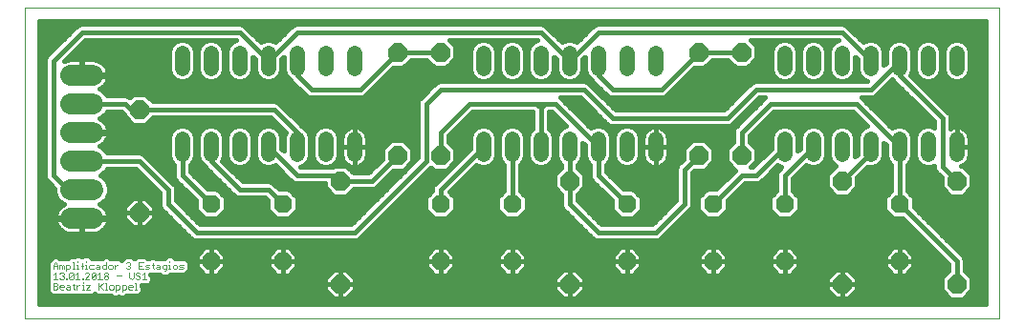
<source format=gtl>
G75*
%MOIN*%
%OFA0B0*%
%FSLAX25Y25*%
%IPPOS*%
%LPD*%
%AMOC8*
5,1,8,0,0,1.08239X$1,22.5*
%
%ADD10C,0.00000*%
%ADD11C,0.00200*%
%ADD12C,0.05200*%
%ADD13OC8,0.06300*%
%ADD14OC8,0.06600*%
%ADD15C,0.07400*%
%ADD16C,0.01600*%
D10*
X0001000Y0001000D02*
X0001000Y0109701D01*
X0340921Y0109701D01*
X0340921Y0001000D01*
X0001000Y0001000D01*
D11*
X0032830Y0010366D02*
X0032830Y0012568D01*
X0033931Y0012568D01*
X0034298Y0012201D01*
X0034298Y0011467D01*
X0033931Y0011100D01*
X0032830Y0011100D01*
X0032089Y0011467D02*
X0032089Y0012201D01*
X0031722Y0012568D01*
X0030988Y0012568D01*
X0030621Y0012201D01*
X0030621Y0011467D01*
X0030988Y0011100D01*
X0031722Y0011100D01*
X0032089Y0011467D01*
X0029881Y0011100D02*
X0029147Y0011100D01*
X0029514Y0011100D02*
X0029514Y0013302D01*
X0029147Y0013302D01*
X0028405Y0013302D02*
X0026937Y0011834D01*
X0027304Y0012201D02*
X0028405Y0011100D01*
X0026937Y0011100D02*
X0026937Y0013302D01*
X0027303Y0014700D02*
X0027303Y0016902D01*
X0026569Y0016168D01*
X0025827Y0016535D02*
X0024359Y0015067D01*
X0024726Y0014700D01*
X0025460Y0014700D01*
X0025827Y0015067D01*
X0025827Y0016535D01*
X0025460Y0016902D01*
X0024726Y0016902D01*
X0024359Y0016535D01*
X0024359Y0015067D01*
X0023617Y0014700D02*
X0022149Y0014700D01*
X0023617Y0016168D01*
X0023617Y0016535D01*
X0023250Y0016902D01*
X0022516Y0016902D01*
X0022149Y0016535D01*
X0021411Y0015067D02*
X0021411Y0014700D01*
X0021044Y0014700D01*
X0021044Y0015067D01*
X0021411Y0015067D01*
X0020302Y0014700D02*
X0018835Y0014700D01*
X0019569Y0014700D02*
X0019569Y0016902D01*
X0018835Y0016168D01*
X0018093Y0016535D02*
X0016625Y0015067D01*
X0016992Y0014700D01*
X0017726Y0014700D01*
X0018093Y0015067D01*
X0018093Y0016535D01*
X0017726Y0016902D01*
X0016992Y0016902D01*
X0016625Y0016535D01*
X0016625Y0015067D01*
X0015887Y0015067D02*
X0015887Y0014700D01*
X0015520Y0014700D01*
X0015520Y0015067D01*
X0015887Y0015067D01*
X0014778Y0015067D02*
X0014411Y0014700D01*
X0013677Y0014700D01*
X0013310Y0015067D01*
X0012568Y0014700D02*
X0011100Y0014700D01*
X0011834Y0014700D02*
X0011834Y0016902D01*
X0011100Y0016168D01*
X0013310Y0016535D02*
X0013677Y0016902D01*
X0014411Y0016902D01*
X0014778Y0016535D01*
X0014778Y0016168D01*
X0014411Y0015801D01*
X0014778Y0015434D01*
X0014778Y0015067D01*
X0014411Y0015801D02*
X0014044Y0015801D01*
X0015520Y0017566D02*
X0015520Y0019768D01*
X0016621Y0019768D01*
X0016988Y0019401D01*
X0016988Y0018667D01*
X0016621Y0018300D01*
X0015520Y0018300D01*
X0014778Y0018300D02*
X0014778Y0019401D01*
X0014411Y0019768D01*
X0014044Y0019401D01*
X0014044Y0018300D01*
X0013310Y0018300D02*
X0013310Y0019768D01*
X0013677Y0019768D01*
X0014044Y0019401D01*
X0012568Y0019401D02*
X0011100Y0019401D01*
X0011100Y0019768D02*
X0011834Y0020502D01*
X0012568Y0019768D01*
X0012568Y0018300D01*
X0011100Y0018300D02*
X0011100Y0019768D01*
X0017730Y0020502D02*
X0018097Y0020502D01*
X0018097Y0018300D01*
X0017730Y0018300D02*
X0018464Y0018300D01*
X0019203Y0018300D02*
X0019937Y0018300D01*
X0019570Y0018300D02*
X0019570Y0019768D01*
X0019203Y0019768D01*
X0019570Y0020502D02*
X0019570Y0020869D01*
X0021043Y0020135D02*
X0021410Y0020502D01*
X0021043Y0020135D02*
X0021043Y0018300D01*
X0022149Y0018300D02*
X0022883Y0018300D01*
X0022516Y0018300D02*
X0022516Y0019768D01*
X0022149Y0019768D01*
X0022516Y0020502D02*
X0022516Y0020869D01*
X0021410Y0019401D02*
X0020676Y0019401D01*
X0023623Y0019401D02*
X0023623Y0018667D01*
X0023990Y0018300D01*
X0025091Y0018300D01*
X0025833Y0018667D02*
X0026200Y0019034D01*
X0027300Y0019034D01*
X0027300Y0019401D02*
X0027300Y0018300D01*
X0026200Y0018300D01*
X0025833Y0018667D01*
X0026200Y0019768D02*
X0026933Y0019768D01*
X0027300Y0019401D01*
X0028042Y0019401D02*
X0028042Y0018667D01*
X0028409Y0018300D01*
X0029510Y0018300D01*
X0029510Y0020502D01*
X0029510Y0019768D02*
X0028409Y0019768D01*
X0028042Y0019401D01*
X0030252Y0019401D02*
X0030252Y0018667D01*
X0030619Y0018300D01*
X0031353Y0018300D01*
X0031720Y0018667D01*
X0031720Y0019401D01*
X0031353Y0019768D01*
X0030619Y0019768D01*
X0030252Y0019401D01*
X0032462Y0019768D02*
X0032462Y0018300D01*
X0032462Y0019034D02*
X0033196Y0019768D01*
X0033563Y0019768D01*
X0036514Y0020135D02*
X0036881Y0020502D01*
X0037615Y0020502D01*
X0037982Y0020135D01*
X0037982Y0019768D01*
X0037615Y0019401D01*
X0037982Y0019034D01*
X0037982Y0018667D01*
X0037615Y0018300D01*
X0036881Y0018300D01*
X0036514Y0018667D01*
X0037248Y0019401D02*
X0037615Y0019401D01*
X0040933Y0019401D02*
X0041667Y0019401D01*
X0040933Y0020502D02*
X0040933Y0018300D01*
X0042401Y0018300D01*
X0043143Y0018300D02*
X0044244Y0018300D01*
X0044611Y0018667D01*
X0044244Y0019034D01*
X0043510Y0019034D01*
X0043143Y0019401D01*
X0043510Y0019768D01*
X0044611Y0019768D01*
X0045353Y0019768D02*
X0046087Y0019768D01*
X0045720Y0020135D02*
X0045720Y0018667D01*
X0046087Y0018300D01*
X0046826Y0018667D02*
X0047193Y0019034D01*
X0048294Y0019034D01*
X0048294Y0019401D02*
X0048294Y0018300D01*
X0047193Y0018300D01*
X0046826Y0018667D01*
X0047193Y0019768D02*
X0047927Y0019768D01*
X0048294Y0019401D01*
X0049036Y0019401D02*
X0049036Y0018667D01*
X0049403Y0018300D01*
X0050504Y0018300D01*
X0050504Y0017933D02*
X0050504Y0019768D01*
X0049403Y0019768D01*
X0049036Y0019401D01*
X0050504Y0017933D02*
X0050137Y0017566D01*
X0049770Y0017566D01*
X0051246Y0018300D02*
X0051980Y0018300D01*
X0051613Y0018300D02*
X0051613Y0019768D01*
X0051246Y0019768D01*
X0051613Y0020502D02*
X0051613Y0020869D01*
X0052719Y0019401D02*
X0052719Y0018667D01*
X0053086Y0018300D01*
X0053820Y0018300D01*
X0054187Y0018667D01*
X0054187Y0019401D01*
X0053820Y0019768D01*
X0053086Y0019768D01*
X0052719Y0019401D01*
X0054929Y0019401D02*
X0055296Y0019768D01*
X0056397Y0019768D01*
X0056030Y0019034D02*
X0055296Y0019034D01*
X0054929Y0019401D01*
X0054929Y0018300D02*
X0056030Y0018300D01*
X0056397Y0018667D01*
X0056030Y0019034D01*
X0043506Y0014700D02*
X0042038Y0014700D01*
X0042772Y0014700D02*
X0042772Y0016902D01*
X0042038Y0016168D01*
X0041296Y0016535D02*
X0040929Y0016902D01*
X0040195Y0016902D01*
X0039828Y0016535D01*
X0039828Y0016168D01*
X0040195Y0015801D01*
X0040929Y0015801D01*
X0041296Y0015434D01*
X0041296Y0015067D01*
X0040929Y0014700D01*
X0040195Y0014700D01*
X0039828Y0015067D01*
X0039086Y0015434D02*
X0039086Y0016902D01*
X0037619Y0016902D02*
X0037619Y0015434D01*
X0038352Y0014700D01*
X0039086Y0015434D01*
X0039460Y0013302D02*
X0039827Y0013302D01*
X0039827Y0011100D01*
X0039460Y0011100D02*
X0040194Y0011100D01*
X0038718Y0011834D02*
X0037250Y0011834D01*
X0037250Y0011467D02*
X0037250Y0012201D01*
X0037617Y0012568D01*
X0038351Y0012568D01*
X0038718Y0012201D01*
X0038718Y0011834D01*
X0038351Y0011100D02*
X0037617Y0011100D01*
X0037250Y0011467D01*
X0036508Y0011467D02*
X0036141Y0011100D01*
X0035040Y0011100D01*
X0035040Y0010366D02*
X0035040Y0012568D01*
X0036141Y0012568D01*
X0036508Y0012201D01*
X0036508Y0011467D01*
X0030247Y0015067D02*
X0029880Y0014700D01*
X0029146Y0014700D01*
X0028779Y0015067D01*
X0028779Y0015434D01*
X0029146Y0015801D01*
X0029880Y0015801D01*
X0030247Y0015434D01*
X0030247Y0015067D01*
X0029880Y0015801D02*
X0030247Y0016168D01*
X0030247Y0016535D01*
X0029880Y0016902D01*
X0029146Y0016902D01*
X0028779Y0016535D01*
X0028779Y0016168D01*
X0029146Y0015801D01*
X0028037Y0014700D02*
X0026569Y0014700D01*
X0021411Y0013669D02*
X0021411Y0013302D01*
X0021411Y0012568D02*
X0021411Y0011100D01*
X0021044Y0011100D02*
X0021778Y0011100D01*
X0022518Y0011100D02*
X0023986Y0011100D01*
X0023986Y0012568D02*
X0022518Y0012568D01*
X0021411Y0012568D02*
X0021044Y0012568D01*
X0020304Y0012568D02*
X0019937Y0012568D01*
X0019203Y0011834D01*
X0019203Y0011100D02*
X0019203Y0012568D01*
X0018464Y0012568D02*
X0017730Y0012568D01*
X0018097Y0012935D02*
X0018097Y0011467D01*
X0018464Y0011100D01*
X0016988Y0011100D02*
X0016988Y0012201D01*
X0016621Y0012568D01*
X0015887Y0012568D01*
X0015887Y0011834D02*
X0016988Y0011834D01*
X0016988Y0011100D02*
X0015887Y0011100D01*
X0015520Y0011467D01*
X0015887Y0011834D01*
X0014778Y0011834D02*
X0013310Y0011834D01*
X0013310Y0011467D02*
X0013310Y0012201D01*
X0013677Y0012568D01*
X0014411Y0012568D01*
X0014778Y0012201D01*
X0014778Y0011834D01*
X0014411Y0011100D02*
X0013677Y0011100D01*
X0013310Y0011467D01*
X0012568Y0011467D02*
X0012201Y0011100D01*
X0011100Y0011100D01*
X0011100Y0013302D01*
X0012201Y0013302D01*
X0012568Y0012935D01*
X0012568Y0012568D01*
X0012201Y0012201D01*
X0011100Y0012201D01*
X0012201Y0012201D02*
X0012568Y0011834D01*
X0012568Y0011467D01*
X0022518Y0011100D02*
X0023986Y0012568D01*
X0033199Y0015801D02*
X0034667Y0015801D01*
X0025091Y0019768D02*
X0023990Y0019768D01*
X0023623Y0019401D01*
X0040933Y0020502D02*
X0042401Y0020502D01*
D12*
X0056000Y0058400D02*
X0056000Y0063600D01*
X0066000Y0063600D02*
X0066000Y0058400D01*
X0076000Y0058400D02*
X0076000Y0063600D01*
X0086000Y0063600D02*
X0086000Y0058400D01*
X0096000Y0058400D02*
X0096000Y0063600D01*
X0106000Y0063600D02*
X0106000Y0058400D01*
X0116000Y0058400D02*
X0116000Y0063600D01*
X0161000Y0063600D02*
X0161000Y0058400D01*
X0171000Y0058400D02*
X0171000Y0063600D01*
X0181000Y0063600D02*
X0181000Y0058400D01*
X0191000Y0058400D02*
X0191000Y0063600D01*
X0201000Y0063600D02*
X0201000Y0058400D01*
X0211000Y0058400D02*
X0211000Y0063600D01*
X0221000Y0063600D02*
X0221000Y0058400D01*
X0266000Y0058400D02*
X0266000Y0063600D01*
X0276000Y0063600D02*
X0276000Y0058400D01*
X0286000Y0058400D02*
X0286000Y0063600D01*
X0296000Y0063600D02*
X0296000Y0058400D01*
X0306000Y0058400D02*
X0306000Y0063600D01*
X0316000Y0063600D02*
X0316000Y0058400D01*
X0326000Y0058400D02*
X0326000Y0063600D01*
X0326000Y0088400D02*
X0326000Y0093600D01*
X0316000Y0093600D02*
X0316000Y0088400D01*
X0306000Y0088400D02*
X0306000Y0093600D01*
X0296000Y0093600D02*
X0296000Y0088400D01*
X0286000Y0088400D02*
X0286000Y0093600D01*
X0276000Y0093600D02*
X0276000Y0088400D01*
X0266000Y0088400D02*
X0266000Y0093600D01*
X0221000Y0093600D02*
X0221000Y0088400D01*
X0211000Y0088400D02*
X0211000Y0093600D01*
X0201000Y0093600D02*
X0201000Y0088400D01*
X0191000Y0088400D02*
X0191000Y0093600D01*
X0181000Y0093600D02*
X0181000Y0088400D01*
X0171000Y0088400D02*
X0171000Y0093600D01*
X0161000Y0093600D02*
X0161000Y0088400D01*
X0116000Y0088400D02*
X0116000Y0093600D01*
X0106000Y0093600D02*
X0106000Y0088400D01*
X0096000Y0088400D02*
X0096000Y0093600D01*
X0086000Y0093600D02*
X0086000Y0088400D01*
X0076000Y0088400D02*
X0076000Y0093600D01*
X0066000Y0093600D02*
X0066000Y0088400D01*
X0056000Y0088400D02*
X0056000Y0093600D01*
D13*
X0066000Y0041000D03*
X0091000Y0041000D03*
X0146000Y0041000D03*
X0171000Y0041000D03*
X0211000Y0041000D03*
X0241000Y0041000D03*
X0266000Y0041000D03*
X0306000Y0041000D03*
X0306000Y0021000D03*
X0266000Y0021000D03*
X0241000Y0021000D03*
X0211000Y0021000D03*
X0171000Y0021000D03*
X0146000Y0021000D03*
X0091000Y0021000D03*
X0066000Y0021000D03*
D14*
X0111000Y0013000D03*
X0041000Y0038000D03*
X0111000Y0049000D03*
X0131000Y0058000D03*
X0146000Y0058000D03*
X0191000Y0049000D03*
X0236000Y0058000D03*
X0251000Y0058000D03*
X0286000Y0049000D03*
X0326000Y0049000D03*
X0326000Y0013000D03*
X0286000Y0013000D03*
X0191000Y0013000D03*
X0041000Y0074000D03*
X0131000Y0094000D03*
X0146000Y0094000D03*
X0236000Y0094000D03*
X0251000Y0094000D03*
D15*
X0024700Y0086000D02*
X0017300Y0086000D01*
X0017300Y0076000D02*
X0024700Y0076000D01*
X0024700Y0066000D02*
X0017300Y0066000D01*
X0017300Y0056000D02*
X0024700Y0056000D01*
X0024700Y0046000D02*
X0017300Y0046000D01*
X0017300Y0036000D02*
X0024700Y0036000D01*
D16*
X0021300Y0036300D02*
X0030200Y0036300D01*
X0030200Y0036433D01*
X0030065Y0037288D01*
X0029797Y0038111D01*
X0029404Y0038883D01*
X0028895Y0039583D01*
X0028283Y0040195D01*
X0027583Y0040704D01*
X0027236Y0040881D01*
X0027929Y0041168D01*
X0029532Y0042771D01*
X0030400Y0044866D01*
X0030400Y0047134D01*
X0029532Y0049229D01*
X0027929Y0050832D01*
X0027524Y0051000D01*
X0027929Y0051168D01*
X0029532Y0052771D01*
X0029710Y0053200D01*
X0039840Y0053200D01*
X0048200Y0044840D01*
X0048200Y0040443D01*
X0048626Y0039414D01*
X0058626Y0029414D01*
X0059414Y0028626D01*
X0060443Y0028200D01*
X0116557Y0028200D01*
X0117586Y0028626D01*
X0142586Y0053626D01*
X0142732Y0053772D01*
X0143805Y0052700D01*
X0148195Y0052700D01*
X0151300Y0055805D01*
X0151300Y0060195D01*
X0148800Y0062695D01*
X0148800Y0064840D01*
X0157160Y0073200D01*
X0178200Y0073200D01*
X0178200Y0067305D01*
X0177100Y0066206D01*
X0176400Y0064515D01*
X0176400Y0057485D01*
X0177100Y0055794D01*
X0178394Y0054500D01*
X0180085Y0053800D01*
X0181915Y0053800D01*
X0183606Y0054500D01*
X0184900Y0055794D01*
X0185600Y0057485D01*
X0185600Y0064515D01*
X0184900Y0066206D01*
X0183800Y0067305D01*
X0183800Y0073200D01*
X0184840Y0073200D01*
X0189912Y0068128D01*
X0188394Y0067500D01*
X0187100Y0066206D01*
X0186400Y0064515D01*
X0186400Y0057485D01*
X0187100Y0055794D01*
X0188200Y0054695D01*
X0188200Y0053695D01*
X0185700Y0051195D01*
X0185700Y0046805D01*
X0188200Y0044305D01*
X0188200Y0040443D01*
X0188626Y0039414D01*
X0198626Y0029414D01*
X0199414Y0028626D01*
X0200443Y0028200D01*
X0221557Y0028200D01*
X0222586Y0028626D01*
X0232586Y0038626D01*
X0233374Y0039414D01*
X0233800Y0040443D01*
X0233800Y0051840D01*
X0234660Y0052700D01*
X0238195Y0052700D01*
X0241300Y0055805D01*
X0241300Y0060195D01*
X0238195Y0063300D01*
X0233805Y0063300D01*
X0230700Y0060195D01*
X0230700Y0056660D01*
X0228626Y0054586D01*
X0228200Y0053557D01*
X0228200Y0042160D01*
X0219840Y0033800D01*
X0202160Y0033800D01*
X0193800Y0042160D01*
X0193800Y0044305D01*
X0196300Y0046805D01*
X0196300Y0051195D01*
X0193800Y0053695D01*
X0193800Y0054695D01*
X0194900Y0055794D01*
X0195600Y0057485D01*
X0195600Y0062440D01*
X0196400Y0061640D01*
X0196400Y0057485D01*
X0197100Y0055794D01*
X0198200Y0054695D01*
X0198200Y0050443D01*
X0198626Y0049414D01*
X0205850Y0042190D01*
X0205850Y0038867D01*
X0208867Y0035850D01*
X0213133Y0035850D01*
X0216150Y0038867D01*
X0216150Y0043133D01*
X0213133Y0046150D01*
X0209810Y0046150D01*
X0203800Y0052160D01*
X0203800Y0054695D01*
X0204900Y0055794D01*
X0205600Y0057485D01*
X0205600Y0064515D01*
X0204900Y0066206D01*
X0203606Y0067500D01*
X0201915Y0068200D01*
X0200085Y0068200D01*
X0198441Y0067519D01*
X0187760Y0078200D01*
X0194840Y0078200D01*
X0203626Y0069414D01*
X0204414Y0068626D01*
X0205443Y0068200D01*
X0246557Y0068200D01*
X0247586Y0068626D01*
X0257160Y0078200D01*
X0259240Y0078200D01*
X0258626Y0077586D01*
X0248626Y0067586D01*
X0248200Y0066557D01*
X0248200Y0062695D01*
X0245700Y0060195D01*
X0245700Y0055805D01*
X0248772Y0052732D01*
X0242190Y0046150D01*
X0238867Y0046150D01*
X0235850Y0043133D01*
X0235850Y0038867D01*
X0238867Y0035850D01*
X0243133Y0035850D01*
X0246150Y0038867D01*
X0246150Y0042190D01*
X0252160Y0048200D01*
X0256557Y0048200D01*
X0257586Y0048626D01*
X0258374Y0049414D01*
X0263441Y0054481D01*
X0264912Y0053872D01*
X0264414Y0053374D01*
X0263626Y0052586D01*
X0263200Y0051557D01*
X0263200Y0045483D01*
X0260850Y0043133D01*
X0260850Y0038867D01*
X0263867Y0035850D01*
X0268133Y0035850D01*
X0271150Y0038867D01*
X0271150Y0043133D01*
X0268800Y0045483D01*
X0268800Y0049840D01*
X0273441Y0054481D01*
X0275085Y0053800D01*
X0276915Y0053800D01*
X0278606Y0054500D01*
X0279900Y0055794D01*
X0280600Y0057485D01*
X0280600Y0064515D01*
X0279900Y0066206D01*
X0278606Y0067500D01*
X0276915Y0068200D01*
X0275085Y0068200D01*
X0273394Y0067500D01*
X0272100Y0066206D01*
X0271400Y0064515D01*
X0271400Y0060360D01*
X0270600Y0059560D01*
X0270600Y0064515D01*
X0269900Y0066206D01*
X0268606Y0067500D01*
X0266915Y0068200D01*
X0265085Y0068200D01*
X0263394Y0067500D01*
X0262100Y0066206D01*
X0261400Y0064515D01*
X0261400Y0060360D01*
X0254840Y0053800D01*
X0254295Y0053800D01*
X0256300Y0055805D01*
X0256300Y0060195D01*
X0253800Y0062695D01*
X0253800Y0064840D01*
X0262160Y0073200D01*
X0289840Y0073200D01*
X0294912Y0068128D01*
X0293394Y0067500D01*
X0292100Y0066206D01*
X0291400Y0064515D01*
X0291400Y0058360D01*
X0290600Y0057560D01*
X0290600Y0064515D01*
X0289900Y0066206D01*
X0288606Y0067500D01*
X0286915Y0068200D01*
X0285085Y0068200D01*
X0283394Y0067500D01*
X0282100Y0066206D01*
X0281400Y0064515D01*
X0281400Y0057485D01*
X0282100Y0055794D01*
X0283394Y0054500D01*
X0283878Y0054300D01*
X0283805Y0054300D01*
X0280700Y0051195D01*
X0280700Y0046805D01*
X0283805Y0043700D01*
X0288195Y0043700D01*
X0291300Y0046805D01*
X0291300Y0050340D01*
X0294855Y0053895D01*
X0295085Y0053800D01*
X0296915Y0053800D01*
X0298606Y0054500D01*
X0299900Y0055794D01*
X0300600Y0057485D01*
X0300600Y0062440D01*
X0301400Y0061640D01*
X0301400Y0057485D01*
X0302100Y0055794D01*
X0303200Y0054695D01*
X0303200Y0045483D01*
X0300850Y0043133D01*
X0300850Y0038867D01*
X0303867Y0035850D01*
X0307190Y0035850D01*
X0323200Y0019840D01*
X0323200Y0017695D01*
X0320700Y0015195D01*
X0320700Y0010805D01*
X0323805Y0007700D01*
X0328195Y0007700D01*
X0331300Y0010805D01*
X0331300Y0015195D01*
X0328800Y0017695D01*
X0328800Y0021557D01*
X0328374Y0022586D01*
X0311150Y0039810D01*
X0311150Y0043133D01*
X0308800Y0045483D01*
X0308800Y0054695D01*
X0309900Y0055794D01*
X0310600Y0057485D01*
X0310600Y0064515D01*
X0309900Y0066206D01*
X0308606Y0067500D01*
X0306915Y0068200D01*
X0305085Y0068200D01*
X0303441Y0067519D01*
X0292760Y0078200D01*
X0296557Y0078200D01*
X0297586Y0078626D01*
X0303441Y0084481D01*
X0303643Y0084397D01*
X0318200Y0069840D01*
X0318200Y0067668D01*
X0316915Y0068200D01*
X0315085Y0068200D01*
X0313394Y0067500D01*
X0312100Y0066206D01*
X0311400Y0064515D01*
X0311400Y0057485D01*
X0312100Y0055794D01*
X0313394Y0054500D01*
X0315085Y0053800D01*
X0316915Y0053800D01*
X0318200Y0054332D01*
X0318200Y0053443D01*
X0318626Y0052414D01*
X0320700Y0050340D01*
X0320700Y0046805D01*
X0323805Y0043700D01*
X0328195Y0043700D01*
X0331300Y0046805D01*
X0331300Y0051195D01*
X0328195Y0054300D01*
X0327620Y0054300D01*
X0327689Y0054322D01*
X0328306Y0054637D01*
X0328866Y0055044D01*
X0329356Y0055534D01*
X0329763Y0056094D01*
X0330078Y0056711D01*
X0330292Y0057370D01*
X0330400Y0058054D01*
X0330400Y0061000D01*
X0330400Y0063946D01*
X0330292Y0064630D01*
X0330078Y0065289D01*
X0329763Y0065906D01*
X0329356Y0066466D01*
X0328866Y0066956D01*
X0328306Y0067363D01*
X0327689Y0067678D01*
X0327030Y0067892D01*
X0326346Y0068000D01*
X0326000Y0068000D01*
X0326000Y0061000D01*
X0326000Y0061000D01*
X0330400Y0061000D01*
X0326000Y0061000D01*
X0326000Y0061000D01*
X0326000Y0068000D01*
X0325654Y0068000D01*
X0324970Y0067892D01*
X0324311Y0067678D01*
X0323800Y0067417D01*
X0323800Y0071557D01*
X0323374Y0072586D01*
X0322586Y0073374D01*
X0309978Y0085982D01*
X0310600Y0087485D01*
X0310600Y0094515D01*
X0309900Y0096206D01*
X0308606Y0097500D01*
X0306915Y0098200D01*
X0305085Y0098200D01*
X0303394Y0097500D01*
X0302100Y0096206D01*
X0301400Y0094515D01*
X0301400Y0090360D01*
X0300600Y0089560D01*
X0300600Y0094515D01*
X0299900Y0096206D01*
X0298606Y0097500D01*
X0296915Y0098200D01*
X0295085Y0098200D01*
X0293441Y0097519D01*
X0287586Y0103374D01*
X0286557Y0103800D01*
X0200443Y0103800D01*
X0199414Y0103374D01*
X0198626Y0102586D01*
X0193559Y0097519D01*
X0191915Y0098200D01*
X0190085Y0098200D01*
X0188441Y0097519D01*
X0182586Y0103374D01*
X0181557Y0103800D01*
X0095443Y0103800D01*
X0094414Y0103374D01*
X0093626Y0102586D01*
X0088559Y0097519D01*
X0086915Y0098200D01*
X0085085Y0098200D01*
X0083441Y0097519D01*
X0077586Y0103374D01*
X0076557Y0103800D01*
X0020443Y0103800D01*
X0019414Y0103374D01*
X0018626Y0102586D01*
X0008626Y0092586D01*
X0008200Y0091557D01*
X0008200Y0050443D01*
X0008626Y0049414D01*
X0009414Y0048626D01*
X0011600Y0046440D01*
X0011600Y0044866D01*
X0012468Y0042771D01*
X0014071Y0041168D01*
X0014764Y0040881D01*
X0014417Y0040704D01*
X0013717Y0040195D01*
X0013105Y0039583D01*
X0012596Y0038883D01*
X0012203Y0038111D01*
X0011935Y0037288D01*
X0011800Y0036433D01*
X0011800Y0036300D01*
X0020700Y0036300D01*
X0020700Y0035700D01*
X0021300Y0035700D01*
X0021300Y0036300D01*
X0021300Y0035700D02*
X0030200Y0035700D01*
X0030200Y0035567D01*
X0030065Y0034712D01*
X0029797Y0033889D01*
X0029404Y0033117D01*
X0028895Y0032417D01*
X0028283Y0031805D01*
X0027583Y0031296D01*
X0026811Y0030903D01*
X0025988Y0030635D01*
X0025133Y0030500D01*
X0021300Y0030500D01*
X0021300Y0035700D01*
X0020700Y0035700D02*
X0020700Y0030500D01*
X0016867Y0030500D01*
X0016012Y0030635D01*
X0015189Y0030903D01*
X0014417Y0031296D01*
X0013717Y0031805D01*
X0013105Y0032417D01*
X0012596Y0033117D01*
X0012203Y0033889D01*
X0011935Y0034712D01*
X0011800Y0035567D01*
X0011800Y0035700D01*
X0020700Y0035700D01*
X0020700Y0034773D02*
X0021300Y0034773D01*
X0021300Y0033175D02*
X0020700Y0033175D01*
X0020700Y0031576D02*
X0021300Y0031576D01*
X0027968Y0031576D02*
X0056464Y0031576D01*
X0058063Y0029978D02*
X0006000Y0029978D01*
X0006000Y0031576D02*
X0014032Y0031576D01*
X0012567Y0033175D02*
X0006000Y0033175D01*
X0006000Y0034773D02*
X0011926Y0034773D01*
X0011800Y0036372D02*
X0006000Y0036372D01*
X0006000Y0037970D02*
X0012157Y0037970D01*
X0013094Y0039569D02*
X0006000Y0039569D01*
X0006000Y0041167D02*
X0014072Y0041167D01*
X0012473Y0042766D02*
X0006000Y0042766D01*
X0006000Y0044364D02*
X0011808Y0044364D01*
X0011600Y0045963D02*
X0006000Y0045963D01*
X0006000Y0047561D02*
X0010479Y0047561D01*
X0011000Y0051000D02*
X0016000Y0046000D01*
X0021000Y0046000D01*
X0030192Y0044364D02*
X0048200Y0044364D01*
X0047077Y0045963D02*
X0030400Y0045963D01*
X0030223Y0047561D02*
X0045479Y0047561D01*
X0051000Y0046000D02*
X0051000Y0041000D01*
X0061000Y0031000D01*
X0116000Y0031000D01*
X0141000Y0056000D01*
X0141000Y0076000D01*
X0146000Y0081000D01*
X0196000Y0081000D01*
X0206000Y0071000D01*
X0246000Y0071000D01*
X0256000Y0081000D01*
X0296000Y0081000D01*
X0306000Y0091000D01*
X0306000Y0086000D01*
X0321000Y0071000D01*
X0321000Y0054000D01*
X0326000Y0049000D01*
X0331300Y0049160D02*
X0336000Y0049160D01*
X0336000Y0050758D02*
X0331300Y0050758D01*
X0330138Y0052357D02*
X0336000Y0052357D01*
X0336000Y0053955D02*
X0328540Y0053955D01*
X0329371Y0055554D02*
X0336000Y0055554D01*
X0336000Y0057152D02*
X0330221Y0057152D01*
X0330400Y0058751D02*
X0336000Y0058751D01*
X0336000Y0060349D02*
X0330400Y0060349D01*
X0330400Y0061948D02*
X0336000Y0061948D01*
X0336000Y0063546D02*
X0330400Y0063546D01*
X0330124Y0065145D02*
X0336000Y0065145D01*
X0336000Y0066743D02*
X0329079Y0066743D01*
X0326000Y0066743D02*
X0326000Y0066743D01*
X0323800Y0068342D02*
X0336000Y0068342D01*
X0336000Y0069940D02*
X0323800Y0069940D01*
X0323800Y0071539D02*
X0336000Y0071539D01*
X0336000Y0073137D02*
X0322822Y0073137D01*
X0321224Y0074736D02*
X0336000Y0074736D01*
X0336000Y0076334D02*
X0319625Y0076334D01*
X0318027Y0077933D02*
X0336000Y0077933D01*
X0336000Y0079532D02*
X0316428Y0079532D01*
X0314830Y0081130D02*
X0336000Y0081130D01*
X0336000Y0082729D02*
X0313231Y0082729D01*
X0313394Y0084500D02*
X0315085Y0083800D01*
X0316915Y0083800D01*
X0318606Y0084500D01*
X0319900Y0085794D01*
X0320600Y0087485D01*
X0320600Y0094515D01*
X0319900Y0096206D01*
X0318606Y0097500D01*
X0316915Y0098200D01*
X0315085Y0098200D01*
X0313394Y0097500D01*
X0312100Y0096206D01*
X0311400Y0094515D01*
X0311400Y0087485D01*
X0312100Y0085794D01*
X0313394Y0084500D01*
X0313813Y0084327D02*
X0311633Y0084327D01*
X0312046Y0085926D02*
X0310034Y0085926D01*
X0310600Y0087524D02*
X0311400Y0087524D01*
X0311400Y0089123D02*
X0310600Y0089123D01*
X0310600Y0090721D02*
X0311400Y0090721D01*
X0311400Y0092320D02*
X0310600Y0092320D01*
X0310600Y0093918D02*
X0311400Y0093918D01*
X0311815Y0095517D02*
X0310185Y0095517D01*
X0308990Y0097115D02*
X0313010Y0097115D01*
X0318990Y0097115D02*
X0323010Y0097115D01*
X0323394Y0097500D02*
X0322100Y0096206D01*
X0321400Y0094515D01*
X0321400Y0087485D01*
X0322100Y0085794D01*
X0323394Y0084500D01*
X0325085Y0083800D01*
X0326915Y0083800D01*
X0328606Y0084500D01*
X0329900Y0085794D01*
X0330600Y0087485D01*
X0330600Y0094515D01*
X0329900Y0096206D01*
X0328606Y0097500D01*
X0326915Y0098200D01*
X0325085Y0098200D01*
X0323394Y0097500D01*
X0321815Y0095517D02*
X0320185Y0095517D01*
X0320600Y0093918D02*
X0321400Y0093918D01*
X0321400Y0092320D02*
X0320600Y0092320D01*
X0320600Y0090721D02*
X0321400Y0090721D01*
X0321400Y0089123D02*
X0320600Y0089123D01*
X0320600Y0087524D02*
X0321400Y0087524D01*
X0322046Y0085926D02*
X0319954Y0085926D01*
X0318187Y0084327D02*
X0323813Y0084327D01*
X0328187Y0084327D02*
X0336000Y0084327D01*
X0336000Y0085926D02*
X0329954Y0085926D01*
X0330600Y0087524D02*
X0336000Y0087524D01*
X0336000Y0089123D02*
X0330600Y0089123D01*
X0330600Y0090721D02*
X0336000Y0090721D01*
X0336000Y0092320D02*
X0330600Y0092320D01*
X0330600Y0093918D02*
X0336000Y0093918D01*
X0336000Y0095517D02*
X0330185Y0095517D01*
X0328990Y0097115D02*
X0336000Y0097115D01*
X0336000Y0098714D02*
X0292246Y0098714D01*
X0290648Y0100312D02*
X0336000Y0100312D01*
X0336000Y0101911D02*
X0289049Y0101911D01*
X0287259Y0103509D02*
X0336000Y0103509D01*
X0336000Y0104901D02*
X0336000Y0006000D01*
X0006000Y0006000D01*
X0336000Y0006000D01*
X0336000Y0007599D02*
X0006000Y0007599D01*
X0006000Y0006000D02*
X0006000Y0104901D01*
X0336000Y0104901D01*
X0303010Y0097115D02*
X0298990Y0097115D01*
X0300185Y0095517D02*
X0301815Y0095517D01*
X0301400Y0093918D02*
X0300600Y0093918D01*
X0300600Y0092320D02*
X0301400Y0092320D01*
X0301400Y0090721D02*
X0300600Y0090721D01*
X0296000Y0091000D02*
X0286000Y0101000D01*
X0201000Y0101000D01*
X0191000Y0091000D01*
X0181000Y0101000D01*
X0096000Y0101000D01*
X0086000Y0091000D01*
X0076000Y0101000D01*
X0021000Y0101000D01*
X0011000Y0091000D01*
X0011000Y0051000D01*
X0008200Y0050758D02*
X0006000Y0050758D01*
X0006000Y0049160D02*
X0008880Y0049160D01*
X0008200Y0052357D02*
X0006000Y0052357D01*
X0006000Y0053955D02*
X0008200Y0053955D01*
X0008200Y0055554D02*
X0006000Y0055554D01*
X0006000Y0057152D02*
X0008200Y0057152D01*
X0008200Y0058751D02*
X0006000Y0058751D01*
X0006000Y0060349D02*
X0008200Y0060349D01*
X0008200Y0061948D02*
X0006000Y0061948D01*
X0006000Y0063546D02*
X0008200Y0063546D01*
X0008200Y0065145D02*
X0006000Y0065145D01*
X0006000Y0066743D02*
X0008200Y0066743D01*
X0008200Y0068342D02*
X0006000Y0068342D01*
X0006000Y0069940D02*
X0008200Y0069940D01*
X0008200Y0071539D02*
X0006000Y0071539D01*
X0006000Y0073137D02*
X0008200Y0073137D01*
X0008200Y0074736D02*
X0006000Y0074736D01*
X0006000Y0076334D02*
X0008200Y0076334D01*
X0008200Y0077933D02*
X0006000Y0077933D01*
X0006000Y0079532D02*
X0008200Y0079532D01*
X0008200Y0081130D02*
X0006000Y0081130D01*
X0006000Y0082729D02*
X0008200Y0082729D01*
X0008200Y0084327D02*
X0006000Y0084327D01*
X0006000Y0085926D02*
X0008200Y0085926D01*
X0008200Y0087524D02*
X0006000Y0087524D01*
X0006000Y0089123D02*
X0008200Y0089123D01*
X0008200Y0090721D02*
X0006000Y0090721D01*
X0006000Y0092320D02*
X0008516Y0092320D01*
X0009958Y0093918D02*
X0006000Y0093918D01*
X0006000Y0095517D02*
X0011557Y0095517D01*
X0013155Y0097115D02*
X0006000Y0097115D01*
X0006000Y0098714D02*
X0014754Y0098714D01*
X0016352Y0100312D02*
X0006000Y0100312D01*
X0006000Y0101911D02*
X0017951Y0101911D01*
X0019741Y0103509D02*
X0006000Y0103509D01*
X0014920Y0090960D02*
X0022160Y0098200D01*
X0074840Y0098200D01*
X0074912Y0098128D01*
X0073394Y0097500D01*
X0072100Y0096206D01*
X0071400Y0094515D01*
X0071400Y0087485D01*
X0072100Y0085794D01*
X0073394Y0084500D01*
X0075085Y0083800D01*
X0076915Y0083800D01*
X0078606Y0084500D01*
X0079900Y0085794D01*
X0080600Y0087485D01*
X0080600Y0092440D01*
X0081400Y0091640D01*
X0081400Y0087485D01*
X0082100Y0085794D01*
X0083394Y0084500D01*
X0085085Y0083800D01*
X0086915Y0083800D01*
X0088606Y0084500D01*
X0089900Y0085794D01*
X0090600Y0087485D01*
X0090600Y0091640D01*
X0091400Y0092440D01*
X0091400Y0087485D01*
X0092100Y0085794D01*
X0093394Y0084500D01*
X0093643Y0084397D01*
X0099414Y0078626D01*
X0100443Y0078200D01*
X0118557Y0078200D01*
X0119586Y0078626D01*
X0129660Y0088700D01*
X0133195Y0088700D01*
X0135695Y0091200D01*
X0141305Y0091200D01*
X0143805Y0088700D01*
X0148195Y0088700D01*
X0151300Y0091805D01*
X0151300Y0096195D01*
X0149295Y0098200D01*
X0179840Y0098200D01*
X0179912Y0098128D01*
X0178394Y0097500D01*
X0177100Y0096206D01*
X0176400Y0094515D01*
X0176400Y0087485D01*
X0177100Y0085794D01*
X0178394Y0084500D01*
X0180085Y0083800D01*
X0181915Y0083800D01*
X0183606Y0084500D01*
X0184900Y0085794D01*
X0185600Y0087485D01*
X0185600Y0092440D01*
X0186400Y0091640D01*
X0186400Y0087485D01*
X0187100Y0085794D01*
X0188394Y0084500D01*
X0190085Y0083800D01*
X0191915Y0083800D01*
X0193606Y0084500D01*
X0194900Y0085794D01*
X0195600Y0087485D01*
X0195600Y0091640D01*
X0196400Y0092440D01*
X0196400Y0087485D01*
X0197100Y0085794D01*
X0198394Y0084500D01*
X0198643Y0084397D01*
X0203626Y0079414D01*
X0204414Y0078626D01*
X0205443Y0078200D01*
X0223557Y0078200D01*
X0224586Y0078626D01*
X0234660Y0088700D01*
X0238195Y0088700D01*
X0240695Y0091200D01*
X0246305Y0091200D01*
X0248805Y0088700D01*
X0253195Y0088700D01*
X0256300Y0091805D01*
X0256300Y0096195D01*
X0254295Y0098200D01*
X0284840Y0098200D01*
X0284912Y0098128D01*
X0283394Y0097500D01*
X0282100Y0096206D01*
X0281400Y0094515D01*
X0281400Y0087485D01*
X0282100Y0085794D01*
X0283394Y0084500D01*
X0285085Y0083800D01*
X0286915Y0083800D01*
X0288606Y0084500D01*
X0289900Y0085794D01*
X0290600Y0087485D01*
X0290600Y0092440D01*
X0291400Y0091640D01*
X0291400Y0087485D01*
X0292100Y0085794D01*
X0293394Y0084500D01*
X0294912Y0083872D01*
X0294840Y0083800D01*
X0255443Y0083800D01*
X0254414Y0083374D01*
X0253626Y0082586D01*
X0244840Y0073800D01*
X0207160Y0073800D01*
X0197586Y0083374D01*
X0196557Y0083800D01*
X0145443Y0083800D01*
X0144414Y0083374D01*
X0143626Y0082586D01*
X0139414Y0078374D01*
X0138626Y0077586D01*
X0138200Y0076557D01*
X0138200Y0057160D01*
X0114840Y0033800D01*
X0062160Y0033800D01*
X0053800Y0042160D01*
X0053800Y0046557D01*
X0053374Y0047586D01*
X0052586Y0048374D01*
X0042586Y0058374D01*
X0041557Y0058800D01*
X0029710Y0058800D01*
X0029532Y0059229D01*
X0027929Y0060832D01*
X0027236Y0061119D01*
X0027583Y0061296D01*
X0028283Y0061805D01*
X0028895Y0062417D01*
X0029404Y0063117D01*
X0029797Y0063889D01*
X0030065Y0064712D01*
X0030200Y0065567D01*
X0030200Y0065700D01*
X0021300Y0065700D01*
X0021300Y0066300D01*
X0030200Y0066300D01*
X0030200Y0066433D01*
X0030065Y0067288D01*
X0029797Y0068111D01*
X0029404Y0068883D01*
X0028895Y0069583D01*
X0028283Y0070195D01*
X0027583Y0070704D01*
X0027236Y0070881D01*
X0027929Y0071168D01*
X0029532Y0072771D01*
X0029710Y0073200D01*
X0034840Y0073200D01*
X0035700Y0072340D01*
X0035700Y0071805D01*
X0038805Y0068700D01*
X0043195Y0068700D01*
X0045695Y0071200D01*
X0086840Y0071200D01*
X0092022Y0066018D01*
X0091400Y0064515D01*
X0091400Y0059560D01*
X0090600Y0060360D01*
X0090600Y0064515D01*
X0089900Y0066206D01*
X0088606Y0067500D01*
X0086915Y0068200D01*
X0085085Y0068200D01*
X0083394Y0067500D01*
X0082100Y0066206D01*
X0081400Y0064515D01*
X0081400Y0057485D01*
X0082100Y0055794D01*
X0083394Y0054500D01*
X0085085Y0053800D01*
X0086915Y0053800D01*
X0088559Y0054481D01*
X0093626Y0049414D01*
X0094414Y0048626D01*
X0095443Y0048200D01*
X0105700Y0048200D01*
X0105700Y0046805D01*
X0108805Y0043700D01*
X0113195Y0043700D01*
X0115695Y0046200D01*
X0122557Y0046200D01*
X0123586Y0046626D01*
X0129660Y0052700D01*
X0133195Y0052700D01*
X0136300Y0055805D01*
X0136300Y0060195D01*
X0133195Y0063300D01*
X0128805Y0063300D01*
X0125700Y0060195D01*
X0125700Y0056660D01*
X0120840Y0051800D01*
X0115695Y0051800D01*
X0113195Y0054300D01*
X0108805Y0054300D01*
X0108305Y0053800D01*
X0097160Y0053800D01*
X0097088Y0053872D01*
X0098606Y0054500D01*
X0099900Y0055794D01*
X0100600Y0057485D01*
X0100600Y0064515D01*
X0099900Y0066206D01*
X0098606Y0067500D01*
X0098357Y0067603D01*
X0089586Y0076374D01*
X0088557Y0076800D01*
X0045695Y0076800D01*
X0043195Y0079300D01*
X0038805Y0079300D01*
X0037732Y0078228D01*
X0037586Y0078374D01*
X0036557Y0078800D01*
X0029710Y0078800D01*
X0029532Y0079229D01*
X0027929Y0080832D01*
X0027236Y0081119D01*
X0027583Y0081296D01*
X0028283Y0081805D01*
X0028895Y0082417D01*
X0029404Y0083117D01*
X0029797Y0083889D01*
X0030065Y0084712D01*
X0030200Y0085567D01*
X0030200Y0085700D01*
X0021300Y0085700D01*
X0021300Y0086300D01*
X0020700Y0086300D01*
X0020700Y0091500D01*
X0016867Y0091500D01*
X0016012Y0091365D01*
X0015189Y0091097D01*
X0014920Y0090960D01*
X0016279Y0092320D02*
X0051400Y0092320D01*
X0051400Y0093918D02*
X0017878Y0093918D01*
X0019476Y0095517D02*
X0051815Y0095517D01*
X0052100Y0096206D02*
X0051400Y0094515D01*
X0051400Y0087485D01*
X0052100Y0085794D01*
X0053394Y0084500D01*
X0055085Y0083800D01*
X0056915Y0083800D01*
X0058606Y0084500D01*
X0059900Y0085794D01*
X0060600Y0087485D01*
X0060600Y0094515D01*
X0059900Y0096206D01*
X0058606Y0097500D01*
X0056915Y0098200D01*
X0055085Y0098200D01*
X0053394Y0097500D01*
X0052100Y0096206D01*
X0053010Y0097115D02*
X0021075Y0097115D01*
X0021300Y0091500D02*
X0021300Y0086300D01*
X0030200Y0086300D01*
X0030200Y0086433D01*
X0030065Y0087288D01*
X0029797Y0088111D01*
X0029404Y0088883D01*
X0028895Y0089583D01*
X0028283Y0090195D01*
X0027583Y0090704D01*
X0026811Y0091097D01*
X0025988Y0091365D01*
X0025133Y0091500D01*
X0021300Y0091500D01*
X0021300Y0090721D02*
X0020700Y0090721D01*
X0020700Y0089123D02*
X0021300Y0089123D01*
X0021300Y0087524D02*
X0020700Y0087524D01*
X0021300Y0085926D02*
X0052046Y0085926D01*
X0053813Y0084327D02*
X0029939Y0084327D01*
X0029122Y0082729D02*
X0095312Y0082729D01*
X0096910Y0081130D02*
X0027257Y0081130D01*
X0029229Y0079532D02*
X0098509Y0079532D01*
X0101000Y0081000D02*
X0118000Y0081000D01*
X0131000Y0094000D01*
X0146000Y0094000D01*
X0151300Y0093918D02*
X0156400Y0093918D01*
X0156400Y0094515D02*
X0157100Y0096206D01*
X0158394Y0097500D01*
X0160085Y0098200D01*
X0161915Y0098200D01*
X0163606Y0097500D01*
X0164900Y0096206D01*
X0165600Y0094515D01*
X0165600Y0087485D01*
X0164900Y0085794D01*
X0163606Y0084500D01*
X0161915Y0083800D01*
X0160085Y0083800D01*
X0158394Y0084500D01*
X0157100Y0085794D01*
X0156400Y0087485D01*
X0156400Y0094515D01*
X0156815Y0095517D02*
X0151300Y0095517D01*
X0150380Y0097115D02*
X0158010Y0097115D01*
X0163990Y0097115D02*
X0168010Y0097115D01*
X0168394Y0097500D02*
X0167100Y0096206D01*
X0166400Y0094515D01*
X0166400Y0087485D01*
X0167100Y0085794D01*
X0168394Y0084500D01*
X0170085Y0083800D01*
X0171915Y0083800D01*
X0173606Y0084500D01*
X0174900Y0085794D01*
X0175600Y0087485D01*
X0175600Y0094515D01*
X0174900Y0096206D01*
X0173606Y0097500D01*
X0171915Y0098200D01*
X0170085Y0098200D01*
X0168394Y0097500D01*
X0173990Y0097115D02*
X0178010Y0097115D01*
X0176815Y0095517D02*
X0175185Y0095517D01*
X0175600Y0093918D02*
X0176400Y0093918D01*
X0176400Y0092320D02*
X0175600Y0092320D01*
X0175600Y0090721D02*
X0176400Y0090721D01*
X0176400Y0089123D02*
X0175600Y0089123D01*
X0175600Y0087524D02*
X0176400Y0087524D01*
X0177046Y0085926D02*
X0174954Y0085926D01*
X0173187Y0084327D02*
X0178813Y0084327D01*
X0183187Y0084327D02*
X0188813Y0084327D01*
X0187046Y0085926D02*
X0184954Y0085926D01*
X0185600Y0087524D02*
X0186400Y0087524D01*
X0186400Y0089123D02*
X0185600Y0089123D01*
X0185600Y0090721D02*
X0186400Y0090721D01*
X0185721Y0092320D02*
X0185600Y0092320D01*
X0195600Y0090721D02*
X0196400Y0090721D01*
X0196400Y0089123D02*
X0195600Y0089123D01*
X0195600Y0087524D02*
X0196400Y0087524D01*
X0197046Y0085926D02*
X0194954Y0085926D01*
X0193187Y0084327D02*
X0198713Y0084327D01*
X0201000Y0086000D02*
X0206000Y0081000D01*
X0223000Y0081000D01*
X0236000Y0094000D01*
X0251000Y0094000D01*
X0256300Y0093918D02*
X0261400Y0093918D01*
X0261400Y0094515D02*
X0262100Y0096206D01*
X0263394Y0097500D01*
X0265085Y0098200D01*
X0266915Y0098200D01*
X0268606Y0097500D01*
X0269900Y0096206D01*
X0270600Y0094515D01*
X0270600Y0087485D01*
X0269900Y0085794D01*
X0268606Y0084500D01*
X0266915Y0083800D01*
X0265085Y0083800D01*
X0263394Y0084500D01*
X0262100Y0085794D01*
X0261400Y0087485D01*
X0261400Y0094515D01*
X0261815Y0095517D02*
X0256300Y0095517D01*
X0255380Y0097115D02*
X0263010Y0097115D01*
X0268990Y0097115D02*
X0273010Y0097115D01*
X0273394Y0097500D02*
X0272100Y0096206D01*
X0271400Y0094515D01*
X0271400Y0087485D01*
X0272100Y0085794D01*
X0273394Y0084500D01*
X0275085Y0083800D01*
X0276915Y0083800D01*
X0278606Y0084500D01*
X0279900Y0085794D01*
X0280600Y0087485D01*
X0280600Y0094515D01*
X0279900Y0096206D01*
X0278606Y0097500D01*
X0276915Y0098200D01*
X0275085Y0098200D01*
X0273394Y0097500D01*
X0271815Y0095517D02*
X0270185Y0095517D01*
X0270600Y0093918D02*
X0271400Y0093918D01*
X0271400Y0092320D02*
X0270600Y0092320D01*
X0270600Y0090721D02*
X0271400Y0090721D01*
X0271400Y0089123D02*
X0270600Y0089123D01*
X0270600Y0087524D02*
X0271400Y0087524D01*
X0272046Y0085926D02*
X0269954Y0085926D01*
X0268187Y0084327D02*
X0273813Y0084327D01*
X0278187Y0084327D02*
X0283813Y0084327D01*
X0282046Y0085926D02*
X0279954Y0085926D01*
X0280600Y0087524D02*
X0281400Y0087524D01*
X0281400Y0089123D02*
X0280600Y0089123D01*
X0280600Y0090721D02*
X0281400Y0090721D01*
X0281400Y0092320D02*
X0280600Y0092320D01*
X0280600Y0093918D02*
X0281400Y0093918D01*
X0281815Y0095517D02*
X0280185Y0095517D01*
X0278990Y0097115D02*
X0283010Y0097115D01*
X0290600Y0092320D02*
X0290721Y0092320D01*
X0290600Y0090721D02*
X0291400Y0090721D01*
X0291400Y0089123D02*
X0290600Y0089123D01*
X0290600Y0087524D02*
X0291400Y0087524D01*
X0292046Y0085926D02*
X0289954Y0085926D01*
X0288187Y0084327D02*
X0293813Y0084327D01*
X0300090Y0081130D02*
X0306910Y0081130D01*
X0305312Y0082729D02*
X0301688Y0082729D01*
X0303287Y0084327D02*
X0303713Y0084327D01*
X0308509Y0079532D02*
X0298491Y0079532D01*
X0293027Y0077933D02*
X0310107Y0077933D01*
X0311706Y0076334D02*
X0294625Y0076334D01*
X0296224Y0074736D02*
X0313304Y0074736D01*
X0314903Y0073137D02*
X0297822Y0073137D01*
X0299421Y0071539D02*
X0316501Y0071539D01*
X0318100Y0069940D02*
X0301019Y0069940D01*
X0302618Y0068342D02*
X0318200Y0068342D01*
X0312638Y0066743D02*
X0309362Y0066743D01*
X0310339Y0065145D02*
X0311661Y0065145D01*
X0311400Y0063546D02*
X0310600Y0063546D01*
X0310600Y0061948D02*
X0311400Y0061948D01*
X0311400Y0060349D02*
X0310600Y0060349D01*
X0310600Y0058751D02*
X0311400Y0058751D01*
X0311538Y0057152D02*
X0310462Y0057152D01*
X0309659Y0055554D02*
X0312341Y0055554D01*
X0314710Y0053955D02*
X0308800Y0053955D01*
X0308800Y0052357D02*
X0318683Y0052357D01*
X0318200Y0053955D02*
X0317290Y0053955D01*
X0320282Y0050758D02*
X0308800Y0050758D01*
X0308800Y0049160D02*
X0320700Y0049160D01*
X0320700Y0047561D02*
X0308800Y0047561D01*
X0308800Y0045963D02*
X0321542Y0045963D01*
X0323140Y0044364D02*
X0309919Y0044364D01*
X0311150Y0042766D02*
X0336000Y0042766D01*
X0336000Y0041167D02*
X0311150Y0041167D01*
X0311391Y0039569D02*
X0336000Y0039569D01*
X0336000Y0037970D02*
X0312990Y0037970D01*
X0314588Y0036372D02*
X0336000Y0036372D01*
X0336000Y0034773D02*
X0316187Y0034773D01*
X0317785Y0033175D02*
X0336000Y0033175D01*
X0336000Y0031576D02*
X0319384Y0031576D01*
X0320982Y0029978D02*
X0336000Y0029978D01*
X0336000Y0028379D02*
X0322581Y0028379D01*
X0324179Y0026781D02*
X0336000Y0026781D01*
X0336000Y0025182D02*
X0325778Y0025182D01*
X0327376Y0023584D02*
X0336000Y0023584D01*
X0336000Y0021985D02*
X0328623Y0021985D01*
X0328800Y0020387D02*
X0336000Y0020387D01*
X0336000Y0018788D02*
X0328800Y0018788D01*
X0329306Y0017190D02*
X0336000Y0017190D01*
X0336000Y0015591D02*
X0330904Y0015591D01*
X0331300Y0013993D02*
X0336000Y0013993D01*
X0336000Y0012394D02*
X0331300Y0012394D01*
X0326000Y0013000D02*
X0326000Y0021000D01*
X0306000Y0041000D01*
X0306000Y0061000D01*
X0291000Y0076000D01*
X0261000Y0076000D01*
X0251000Y0066000D01*
X0251000Y0058000D01*
X0256300Y0058751D02*
X0259791Y0058751D01*
X0261390Y0060349D02*
X0256146Y0060349D01*
X0254547Y0061948D02*
X0261400Y0061948D01*
X0266000Y0061000D02*
X0256000Y0051000D01*
X0251000Y0051000D01*
X0241000Y0041000D01*
X0246150Y0041167D02*
X0260850Y0041167D01*
X0260850Y0042766D02*
X0246726Y0042766D01*
X0248324Y0044364D02*
X0262081Y0044364D01*
X0263200Y0045963D02*
X0249923Y0045963D01*
X0251521Y0047561D02*
X0263200Y0047561D01*
X0263200Y0049160D02*
X0258120Y0049160D01*
X0259718Y0050758D02*
X0263200Y0050758D01*
X0266000Y0051000D02*
X0266000Y0041000D01*
X0271150Y0041167D02*
X0300850Y0041167D01*
X0300850Y0042766D02*
X0271150Y0042766D01*
X0269919Y0044364D02*
X0283140Y0044364D01*
X0281542Y0045963D02*
X0268800Y0045963D01*
X0268800Y0047561D02*
X0280700Y0047561D01*
X0280700Y0049160D02*
X0268800Y0049160D01*
X0269718Y0050758D02*
X0280700Y0050758D01*
X0286000Y0049000D02*
X0296000Y0059000D01*
X0296000Y0061000D01*
X0300600Y0060349D02*
X0301400Y0060349D01*
X0301400Y0058751D02*
X0300600Y0058751D01*
X0300462Y0057152D02*
X0301538Y0057152D01*
X0302341Y0055554D02*
X0299659Y0055554D01*
X0297290Y0053955D02*
X0303200Y0053955D01*
X0303200Y0052357D02*
X0293317Y0052357D01*
X0291718Y0050758D02*
X0303200Y0050758D01*
X0303200Y0049160D02*
X0291300Y0049160D01*
X0291300Y0047561D02*
X0303200Y0047561D01*
X0303200Y0045963D02*
X0290458Y0045963D01*
X0288860Y0044364D02*
X0302081Y0044364D01*
X0300850Y0039569D02*
X0271150Y0039569D01*
X0270253Y0037970D02*
X0301747Y0037970D01*
X0303345Y0036372D02*
X0268655Y0036372D01*
X0263345Y0036372D02*
X0243655Y0036372D01*
X0245253Y0037970D02*
X0261747Y0037970D01*
X0260850Y0039569D02*
X0246150Y0039569D01*
X0236747Y0037970D02*
X0231930Y0037970D01*
X0233438Y0039569D02*
X0235850Y0039569D01*
X0235850Y0041167D02*
X0233800Y0041167D01*
X0233800Y0042766D02*
X0235850Y0042766D01*
X0231000Y0041000D02*
X0231000Y0053000D01*
X0236000Y0058000D01*
X0241300Y0058751D02*
X0245700Y0058751D01*
X0245854Y0060349D02*
X0241146Y0060349D01*
X0239547Y0061948D02*
X0247453Y0061948D01*
X0248200Y0063546D02*
X0225400Y0063546D01*
X0225400Y0063946D02*
X0225292Y0064630D01*
X0225078Y0065289D01*
X0224763Y0065906D01*
X0224356Y0066466D01*
X0223866Y0066956D01*
X0223306Y0067363D01*
X0222689Y0067678D01*
X0222030Y0067892D01*
X0221346Y0068000D01*
X0221000Y0068000D01*
X0221000Y0061000D01*
X0225400Y0061000D01*
X0225400Y0063946D01*
X0225124Y0065145D02*
X0248200Y0065145D01*
X0248277Y0066743D02*
X0224079Y0066743D01*
X0221000Y0066743D02*
X0221000Y0066743D01*
X0221000Y0068000D02*
X0220654Y0068000D01*
X0219970Y0067892D01*
X0219311Y0067678D01*
X0218694Y0067363D01*
X0218134Y0066956D01*
X0217644Y0066466D01*
X0217237Y0065906D01*
X0216922Y0065289D01*
X0216708Y0064630D01*
X0216600Y0063946D01*
X0216600Y0061000D01*
X0221000Y0061000D01*
X0221000Y0061000D01*
X0221000Y0061000D01*
X0225400Y0061000D01*
X0225400Y0058054D01*
X0225292Y0057370D01*
X0225078Y0056711D01*
X0224763Y0056094D01*
X0224356Y0055534D01*
X0223866Y0055044D01*
X0223306Y0054637D01*
X0222689Y0054322D01*
X0222030Y0054108D01*
X0221346Y0054000D01*
X0221000Y0054000D01*
X0221000Y0061000D01*
X0221000Y0061000D01*
X0221000Y0061000D01*
X0221000Y0068000D01*
X0217921Y0066743D02*
X0214362Y0066743D01*
X0214900Y0066206D02*
X0213606Y0067500D01*
X0211915Y0068200D01*
X0210085Y0068200D01*
X0208394Y0067500D01*
X0207100Y0066206D01*
X0206400Y0064515D01*
X0206400Y0057485D01*
X0207100Y0055794D01*
X0208394Y0054500D01*
X0210085Y0053800D01*
X0211915Y0053800D01*
X0213606Y0054500D01*
X0214900Y0055794D01*
X0215600Y0057485D01*
X0215600Y0064515D01*
X0214900Y0066206D01*
X0215339Y0065145D02*
X0216876Y0065145D01*
X0216600Y0063546D02*
X0215600Y0063546D01*
X0221000Y0063546D02*
X0221000Y0063546D01*
X0221000Y0065145D02*
X0221000Y0065145D01*
X0221000Y0061948D02*
X0221000Y0061948D01*
X0221000Y0061000D02*
X0216600Y0061000D01*
X0216600Y0058054D01*
X0216708Y0057370D01*
X0216922Y0056711D01*
X0217237Y0056094D01*
X0217644Y0055534D01*
X0218134Y0055044D01*
X0218694Y0054637D01*
X0219311Y0054322D01*
X0219970Y0054108D01*
X0220654Y0054000D01*
X0221000Y0054000D01*
X0221000Y0061000D01*
X0221000Y0060349D02*
X0221000Y0060349D01*
X0221000Y0058751D02*
X0221000Y0058751D01*
X0225400Y0058751D02*
X0230700Y0058751D01*
X0230854Y0060349D02*
X0225400Y0060349D01*
X0225400Y0061948D02*
X0232453Y0061948D01*
X0230700Y0057152D02*
X0225221Y0057152D01*
X0224371Y0055554D02*
X0229594Y0055554D01*
X0228365Y0053955D02*
X0212290Y0053955D01*
X0209710Y0053955D02*
X0203800Y0053955D01*
X0203800Y0052357D02*
X0228200Y0052357D01*
X0228200Y0050758D02*
X0205201Y0050758D01*
X0206800Y0049160D02*
X0228200Y0049160D01*
X0228200Y0047561D02*
X0208398Y0047561D01*
X0202077Y0045963D02*
X0195458Y0045963D01*
X0196300Y0047561D02*
X0200479Y0047561D01*
X0198880Y0049160D02*
X0196300Y0049160D01*
X0196300Y0050758D02*
X0198200Y0050758D01*
X0201000Y0051000D02*
X0211000Y0041000D01*
X0205850Y0041167D02*
X0194793Y0041167D01*
X0193800Y0042766D02*
X0205274Y0042766D01*
X0203676Y0044364D02*
X0193860Y0044364D01*
X0188140Y0044364D02*
X0174919Y0044364D01*
X0173800Y0045483D02*
X0173800Y0054695D01*
X0174900Y0055794D01*
X0175600Y0057485D01*
X0175600Y0064515D01*
X0174900Y0066206D01*
X0173606Y0067500D01*
X0171915Y0068200D01*
X0170085Y0068200D01*
X0168394Y0067500D01*
X0167100Y0066206D01*
X0166400Y0064515D01*
X0166400Y0057485D01*
X0167100Y0055794D01*
X0168200Y0054695D01*
X0168200Y0045483D01*
X0165850Y0043133D01*
X0165850Y0038867D01*
X0168867Y0035850D01*
X0173133Y0035850D01*
X0176150Y0038867D01*
X0176150Y0043133D01*
X0173800Y0045483D01*
X0173800Y0045963D02*
X0186542Y0045963D01*
X0185700Y0047561D02*
X0173800Y0047561D01*
X0168200Y0047561D02*
X0151521Y0047561D01*
X0149923Y0045963D02*
X0168200Y0045963D01*
X0167081Y0044364D02*
X0149919Y0044364D01*
X0149121Y0045162D02*
X0158441Y0054481D01*
X0160085Y0053800D01*
X0161915Y0053800D01*
X0163606Y0054500D01*
X0164900Y0055794D01*
X0165600Y0057485D01*
X0165600Y0064515D01*
X0164900Y0066206D01*
X0163606Y0067500D01*
X0161915Y0068200D01*
X0160085Y0068200D01*
X0158394Y0067500D01*
X0157100Y0066206D01*
X0156400Y0064515D01*
X0156400Y0060360D01*
X0144414Y0048374D01*
X0143626Y0047586D01*
X0143200Y0046557D01*
X0143200Y0045483D01*
X0140850Y0043133D01*
X0140850Y0038867D01*
X0143867Y0035850D01*
X0148133Y0035850D01*
X0151150Y0038867D01*
X0151150Y0043133D01*
X0149121Y0045162D01*
X0146000Y0046000D02*
X0146000Y0041000D01*
X0140850Y0041167D02*
X0130127Y0041167D01*
X0131726Y0042766D02*
X0140850Y0042766D01*
X0142081Y0044364D02*
X0133324Y0044364D01*
X0134923Y0045963D02*
X0143200Y0045963D01*
X0143616Y0047561D02*
X0136521Y0047561D01*
X0138120Y0049160D02*
X0145200Y0049160D01*
X0146799Y0050758D02*
X0139718Y0050758D01*
X0141317Y0052357D02*
X0148397Y0052357D01*
X0149451Y0053955D02*
X0149996Y0053955D01*
X0151049Y0055554D02*
X0151594Y0055554D01*
X0151300Y0057152D02*
X0153193Y0057152D01*
X0154791Y0058751D02*
X0151300Y0058751D01*
X0151146Y0060349D02*
X0156390Y0060349D01*
X0156400Y0061948D02*
X0149547Y0061948D01*
X0148800Y0063546D02*
X0156400Y0063546D01*
X0156661Y0065145D02*
X0149105Y0065145D01*
X0146000Y0066000D02*
X0156000Y0076000D01*
X0176000Y0076000D01*
X0179500Y0076000D01*
X0181000Y0074500D01*
X0182500Y0076000D01*
X0186000Y0076000D01*
X0201000Y0061000D01*
X0201000Y0051000D01*
X0198200Y0052357D02*
X0195138Y0052357D01*
X0193800Y0053955D02*
X0198200Y0053955D01*
X0197341Y0055554D02*
X0194659Y0055554D01*
X0195462Y0057152D02*
X0196538Y0057152D01*
X0196400Y0058751D02*
X0195600Y0058751D01*
X0195600Y0060349D02*
X0196400Y0060349D01*
X0196092Y0061948D02*
X0195600Y0061948D01*
X0191000Y0061000D02*
X0191000Y0049000D01*
X0191000Y0041000D01*
X0201000Y0031000D01*
X0221000Y0031000D01*
X0231000Y0041000D01*
X0228200Y0042766D02*
X0216150Y0042766D01*
X0216150Y0041167D02*
X0227207Y0041167D01*
X0225609Y0039569D02*
X0216150Y0039569D01*
X0215253Y0037970D02*
X0224010Y0037970D01*
X0222412Y0036372D02*
X0213655Y0036372D01*
X0208345Y0036372D02*
X0199588Y0036372D01*
X0201187Y0034773D02*
X0220813Y0034773D01*
X0227134Y0033175D02*
X0309866Y0033175D01*
X0311464Y0031576D02*
X0225536Y0031576D01*
X0223937Y0029978D02*
X0313063Y0029978D01*
X0314661Y0028379D02*
X0221989Y0028379D01*
X0215950Y0023050D02*
X0213050Y0025950D01*
X0211000Y0025950D01*
X0211000Y0021000D01*
X0211000Y0021000D01*
X0215950Y0021000D01*
X0215950Y0023050D01*
X0215417Y0023584D02*
X0236583Y0023584D01*
X0236050Y0023050D02*
X0236050Y0021000D01*
X0241000Y0021000D01*
X0241000Y0021000D01*
X0241000Y0025950D01*
X0243050Y0025950D01*
X0245950Y0023050D01*
X0245950Y0021000D01*
X0241000Y0021000D01*
X0241000Y0021000D01*
X0241000Y0021000D01*
X0241000Y0025950D01*
X0238950Y0025950D01*
X0236050Y0023050D01*
X0236050Y0021985D02*
X0215950Y0021985D01*
X0215950Y0021000D02*
X0211000Y0021000D01*
X0211000Y0021000D01*
X0211000Y0021000D01*
X0206050Y0021000D01*
X0206050Y0023050D01*
X0208950Y0025950D01*
X0211000Y0025950D01*
X0211000Y0021000D01*
X0211000Y0016050D01*
X0213050Y0016050D01*
X0215950Y0018950D01*
X0215950Y0021000D01*
X0215950Y0020387D02*
X0236050Y0020387D01*
X0236050Y0021000D02*
X0236050Y0018950D01*
X0238950Y0016050D01*
X0241000Y0016050D01*
X0243050Y0016050D01*
X0245950Y0018950D01*
X0245950Y0021000D01*
X0241000Y0021000D01*
X0241000Y0016050D01*
X0241000Y0021000D01*
X0241000Y0021000D01*
X0236050Y0021000D01*
X0241000Y0020387D02*
X0241000Y0020387D01*
X0241000Y0021985D02*
X0241000Y0021985D01*
X0245950Y0021985D02*
X0261050Y0021985D01*
X0261050Y0021000D02*
X0266000Y0021000D01*
X0266000Y0021000D01*
X0266000Y0025950D01*
X0268050Y0025950D01*
X0270950Y0023050D01*
X0270950Y0021000D01*
X0266000Y0021000D01*
X0266000Y0021000D01*
X0266000Y0021000D01*
X0266000Y0025950D01*
X0263950Y0025950D01*
X0261050Y0023050D01*
X0261050Y0021000D01*
X0261050Y0018950D01*
X0263950Y0016050D01*
X0266000Y0016050D01*
X0268050Y0016050D01*
X0270950Y0018950D01*
X0270950Y0021000D01*
X0266000Y0021000D01*
X0266000Y0016050D01*
X0266000Y0021000D01*
X0266000Y0021000D01*
X0261050Y0021000D01*
X0261050Y0020387D02*
X0245950Y0020387D01*
X0245788Y0018788D02*
X0261212Y0018788D01*
X0262810Y0017190D02*
X0244190Y0017190D01*
X0241000Y0017190D02*
X0241000Y0017190D01*
X0241000Y0018788D02*
X0241000Y0018788D01*
X0237810Y0017190D02*
X0214190Y0017190D01*
X0215788Y0018788D02*
X0236212Y0018788D01*
X0241000Y0023584D02*
X0241000Y0023584D01*
X0241000Y0025182D02*
X0241000Y0025182D01*
X0243818Y0025182D02*
X0263182Y0025182D01*
X0261583Y0023584D02*
X0245417Y0023584D01*
X0238182Y0025182D02*
X0213818Y0025182D01*
X0211000Y0025182D02*
X0211000Y0025182D01*
X0211000Y0023584D02*
X0211000Y0023584D01*
X0208182Y0025182D02*
X0173818Y0025182D01*
X0173050Y0025950D02*
X0171000Y0025950D01*
X0171000Y0021000D01*
X0171000Y0021000D01*
X0175950Y0021000D01*
X0175950Y0023050D01*
X0173050Y0025950D01*
X0171000Y0025950D02*
X0168950Y0025950D01*
X0166050Y0023050D01*
X0166050Y0021000D01*
X0171000Y0021000D01*
X0171000Y0021000D01*
X0171000Y0021000D01*
X0171000Y0025950D01*
X0171000Y0025182D02*
X0171000Y0025182D01*
X0171000Y0023584D02*
X0171000Y0023584D01*
X0168182Y0025182D02*
X0148818Y0025182D01*
X0148050Y0025950D02*
X0146000Y0025950D01*
X0146000Y0021000D01*
X0146000Y0021000D01*
X0150950Y0021000D01*
X0150950Y0023050D01*
X0148050Y0025950D01*
X0146000Y0025950D02*
X0143950Y0025950D01*
X0141050Y0023050D01*
X0141050Y0021000D01*
X0146000Y0021000D01*
X0146000Y0021000D01*
X0146000Y0021000D01*
X0146000Y0025950D01*
X0146000Y0025182D02*
X0146000Y0025182D01*
X0146000Y0023584D02*
X0146000Y0023584D01*
X0143182Y0025182D02*
X0093818Y0025182D01*
X0093050Y0025950D02*
X0091000Y0025950D01*
X0091000Y0021000D01*
X0091000Y0021000D01*
X0095950Y0021000D01*
X0095950Y0023050D01*
X0093050Y0025950D01*
X0091000Y0025950D02*
X0088950Y0025950D01*
X0086050Y0023050D01*
X0086050Y0021000D01*
X0091000Y0021000D01*
X0091000Y0021000D01*
X0091000Y0021000D01*
X0091000Y0025950D01*
X0091000Y0025182D02*
X0091000Y0025182D01*
X0091000Y0023584D02*
X0091000Y0023584D01*
X0088182Y0025182D02*
X0068818Y0025182D01*
X0068050Y0025950D02*
X0066000Y0025950D01*
X0066000Y0021000D01*
X0066000Y0021000D01*
X0070950Y0021000D01*
X0070950Y0023050D01*
X0068050Y0025950D01*
X0066000Y0025950D02*
X0063950Y0025950D01*
X0061050Y0023050D01*
X0061050Y0021000D01*
X0066000Y0021000D01*
X0066000Y0021000D01*
X0066000Y0021000D01*
X0066000Y0025950D01*
X0066000Y0025182D02*
X0066000Y0025182D01*
X0066000Y0023584D02*
X0066000Y0023584D01*
X0063182Y0025182D02*
X0006000Y0025182D01*
X0006000Y0023584D02*
X0061583Y0023584D01*
X0061050Y0021985D02*
X0053467Y0021985D01*
X0053584Y0021868D02*
X0052483Y0022969D01*
X0050743Y0022969D01*
X0049642Y0021868D01*
X0046957Y0021868D01*
X0046590Y0022235D01*
X0044850Y0022235D01*
X0044483Y0021868D01*
X0044005Y0021868D01*
X0043271Y0022602D01*
X0040064Y0022602D01*
X0039274Y0021812D01*
X0038851Y0022235D01*
X0038484Y0022602D01*
X0036011Y0022602D01*
X0034855Y0021446D01*
X0034433Y0021868D01*
X0031114Y0021868D01*
X0030380Y0022602D01*
X0028640Y0022602D01*
X0027907Y0021868D01*
X0024487Y0021868D01*
X0023386Y0022969D01*
X0021647Y0022969D01*
X0021280Y0022602D01*
X0020807Y0022602D01*
X0020440Y0022969D01*
X0018700Y0022969D01*
X0018333Y0022602D01*
X0016860Y0022602D01*
X0016126Y0021868D01*
X0013438Y0021868D01*
X0012704Y0022602D01*
X0010964Y0022602D01*
X0009734Y0021372D01*
X0009000Y0020638D01*
X0009000Y0018531D01*
X0009000Y0017430D01*
X0009196Y0017234D01*
X0009000Y0017038D01*
X0009000Y0010230D01*
X0010230Y0009000D01*
X0020073Y0009000D01*
X0020124Y0009051D01*
X0020175Y0009000D01*
X0024855Y0009000D01*
X0025462Y0009606D01*
X0026068Y0009000D01*
X0031227Y0009000D01*
X0031961Y0008266D01*
X0033700Y0008266D01*
X0033935Y0008501D01*
X0034171Y0008266D01*
X0035910Y0008266D01*
X0036644Y0009000D01*
X0041064Y0009000D01*
X0042294Y0010230D01*
X0042294Y0011970D01*
X0041927Y0012337D01*
X0041927Y0012600D01*
X0044376Y0012600D01*
X0045606Y0013830D01*
X0045606Y0015570D01*
X0044976Y0016200D01*
X0045114Y0016200D01*
X0045166Y0016252D01*
X0045217Y0016200D01*
X0048166Y0016200D01*
X0048900Y0015466D01*
X0051007Y0015466D01*
X0051374Y0015833D01*
X0051741Y0016200D01*
X0056900Y0016200D01*
X0057267Y0016567D01*
X0058497Y0017797D01*
X0058497Y0020638D01*
X0057267Y0021868D01*
X0053584Y0021868D01*
X0049760Y0021985D02*
X0046840Y0021985D01*
X0044600Y0021985D02*
X0043888Y0021985D01*
X0039447Y0021985D02*
X0039101Y0021985D01*
X0035394Y0021985D02*
X0030997Y0021985D01*
X0028024Y0021985D02*
X0024370Y0021985D01*
X0016243Y0021985D02*
X0013321Y0021985D01*
X0010347Y0021985D02*
X0006000Y0021985D01*
X0006000Y0020387D02*
X0009000Y0020387D01*
X0009000Y0018788D02*
X0006000Y0018788D01*
X0006000Y0017190D02*
X0009152Y0017190D01*
X0009000Y0015591D02*
X0006000Y0015591D01*
X0006000Y0013993D02*
X0009000Y0013993D01*
X0009000Y0012394D02*
X0006000Y0012394D01*
X0006000Y0010796D02*
X0009000Y0010796D01*
X0010033Y0009197D02*
X0006000Y0009197D01*
X0025052Y0009197D02*
X0025871Y0009197D01*
X0041261Y0009197D02*
X0107590Y0009197D01*
X0108888Y0007900D02*
X0105900Y0010888D01*
X0105900Y0013000D01*
X0111000Y0013000D01*
X0111000Y0013000D01*
X0111000Y0018100D01*
X0113112Y0018100D01*
X0116100Y0015112D01*
X0116100Y0013000D01*
X0111000Y0013000D01*
X0111000Y0013000D01*
X0111000Y0013000D01*
X0111000Y0018100D01*
X0108888Y0018100D01*
X0105900Y0015112D01*
X0105900Y0013000D01*
X0111000Y0013000D01*
X0116100Y0013000D01*
X0116100Y0010888D01*
X0113112Y0007900D01*
X0111000Y0007900D01*
X0111000Y0013000D01*
X0111000Y0013000D01*
X0111000Y0007900D01*
X0108888Y0007900D01*
X0111000Y0009197D02*
X0111000Y0009197D01*
X0111000Y0010796D02*
X0111000Y0010796D01*
X0114409Y0009197D02*
X0187590Y0009197D01*
X0188888Y0007900D02*
X0185900Y0010888D01*
X0185900Y0013000D01*
X0191000Y0013000D01*
X0191000Y0013000D01*
X0191000Y0018100D01*
X0193112Y0018100D01*
X0196100Y0015112D01*
X0196100Y0013000D01*
X0191000Y0013000D01*
X0191000Y0013000D01*
X0191000Y0013000D01*
X0191000Y0018100D01*
X0188888Y0018100D01*
X0185900Y0015112D01*
X0185900Y0013000D01*
X0191000Y0013000D01*
X0196100Y0013000D01*
X0196100Y0010888D01*
X0193112Y0007900D01*
X0191000Y0007900D01*
X0191000Y0013000D01*
X0191000Y0013000D01*
X0191000Y0007900D01*
X0188888Y0007900D01*
X0191000Y0009197D02*
X0191000Y0009197D01*
X0191000Y0010796D02*
X0191000Y0010796D01*
X0194409Y0009197D02*
X0282590Y0009197D01*
X0283888Y0007900D02*
X0280900Y0010888D01*
X0280900Y0013000D01*
X0286000Y0013000D01*
X0286000Y0013000D01*
X0286000Y0018100D01*
X0288112Y0018100D01*
X0291100Y0015112D01*
X0291100Y0013000D01*
X0286000Y0013000D01*
X0286000Y0013000D01*
X0286000Y0013000D01*
X0286000Y0018100D01*
X0283888Y0018100D01*
X0280900Y0015112D01*
X0280900Y0013000D01*
X0286000Y0013000D01*
X0291100Y0013000D01*
X0291100Y0010888D01*
X0288112Y0007900D01*
X0286000Y0007900D01*
X0286000Y0013000D01*
X0286000Y0013000D01*
X0286000Y0007900D01*
X0283888Y0007900D01*
X0286000Y0009197D02*
X0286000Y0009197D01*
X0286000Y0010796D02*
X0286000Y0010796D01*
X0289409Y0009197D02*
X0322308Y0009197D01*
X0320709Y0010796D02*
X0291008Y0010796D01*
X0291100Y0012394D02*
X0320700Y0012394D01*
X0320700Y0013993D02*
X0291100Y0013993D01*
X0290621Y0015591D02*
X0321096Y0015591D01*
X0322694Y0017190D02*
X0309190Y0017190D01*
X0308050Y0016050D02*
X0306000Y0016050D01*
X0306000Y0021000D01*
X0306000Y0021000D01*
X0306000Y0025950D01*
X0308050Y0025950D01*
X0310950Y0023050D01*
X0310950Y0021000D01*
X0306000Y0021000D01*
X0306000Y0021000D01*
X0306000Y0021000D01*
X0301050Y0021000D01*
X0301050Y0023050D01*
X0303950Y0025950D01*
X0306000Y0025950D01*
X0306000Y0021000D01*
X0310950Y0021000D01*
X0310950Y0018950D01*
X0308050Y0016050D01*
X0306000Y0016050D02*
X0306000Y0021000D01*
X0306000Y0021000D01*
X0301050Y0021000D01*
X0301050Y0018950D01*
X0303950Y0016050D01*
X0306000Y0016050D01*
X0306000Y0017190D02*
X0306000Y0017190D01*
X0306000Y0018788D02*
X0306000Y0018788D01*
X0302810Y0017190D02*
X0289023Y0017190D01*
X0286000Y0017190D02*
X0286000Y0017190D01*
X0286000Y0015591D02*
X0286000Y0015591D01*
X0282977Y0017190D02*
X0269190Y0017190D01*
X0270788Y0018788D02*
X0301212Y0018788D01*
X0301050Y0020387D02*
X0270950Y0020387D01*
X0270950Y0021985D02*
X0301050Y0021985D01*
X0306000Y0021985D02*
X0306000Y0021985D01*
X0306000Y0020387D02*
X0306000Y0020387D01*
X0310950Y0020387D02*
X0322654Y0020387D01*
X0321055Y0021985D02*
X0310950Y0021985D01*
X0310417Y0023584D02*
X0319457Y0023584D01*
X0317858Y0025182D02*
X0308818Y0025182D01*
X0306000Y0025182D02*
X0306000Y0025182D01*
X0306000Y0023584D02*
X0306000Y0023584D01*
X0303182Y0025182D02*
X0268818Y0025182D01*
X0270417Y0023584D02*
X0301583Y0023584D01*
X0316260Y0026781D02*
X0006000Y0026781D01*
X0006000Y0028379D02*
X0060010Y0028379D01*
X0054866Y0033175D02*
X0043387Y0033175D01*
X0043112Y0032900D02*
X0046100Y0035888D01*
X0046100Y0038000D01*
X0046100Y0040112D01*
X0043112Y0043100D01*
X0041000Y0043100D01*
X0041000Y0038000D01*
X0041000Y0038000D01*
X0046100Y0038000D01*
X0041000Y0038000D01*
X0041000Y0038000D01*
X0041000Y0038000D01*
X0035900Y0038000D01*
X0035900Y0040112D01*
X0038888Y0043100D01*
X0041000Y0043100D01*
X0041000Y0038000D01*
X0041000Y0032900D01*
X0043112Y0032900D01*
X0041000Y0032900D02*
X0041000Y0038000D01*
X0041000Y0038000D01*
X0035900Y0038000D01*
X0035900Y0035888D01*
X0038888Y0032900D01*
X0041000Y0032900D01*
X0041000Y0033175D02*
X0041000Y0033175D01*
X0038613Y0033175D02*
X0029433Y0033175D01*
X0030074Y0034773D02*
X0037014Y0034773D01*
X0035900Y0036372D02*
X0030200Y0036372D01*
X0029843Y0037970D02*
X0035900Y0037970D01*
X0035900Y0039569D02*
X0028906Y0039569D01*
X0027928Y0041167D02*
X0036955Y0041167D01*
X0038553Y0042766D02*
X0029527Y0042766D01*
X0041000Y0042766D02*
X0041000Y0042766D01*
X0041000Y0041167D02*
X0041000Y0041167D01*
X0043447Y0042766D02*
X0048200Y0042766D01*
X0048200Y0041167D02*
X0045045Y0041167D01*
X0046100Y0039569D02*
X0048562Y0039569D01*
X0050070Y0037970D02*
X0046100Y0037970D01*
X0046100Y0036372D02*
X0051668Y0036372D01*
X0053267Y0034773D02*
X0044986Y0034773D01*
X0041000Y0034773D02*
X0041000Y0034773D01*
X0041000Y0036372D02*
X0041000Y0036372D01*
X0041000Y0037970D02*
X0041000Y0037970D01*
X0041000Y0039569D02*
X0041000Y0039569D01*
X0053800Y0042766D02*
X0060274Y0042766D01*
X0060850Y0042190D02*
X0060850Y0038867D01*
X0063867Y0035850D01*
X0068133Y0035850D01*
X0071150Y0038867D01*
X0071150Y0043133D01*
X0068133Y0046150D01*
X0064810Y0046150D01*
X0058800Y0052160D01*
X0058800Y0054695D01*
X0059900Y0055794D01*
X0060600Y0057485D01*
X0060600Y0064515D01*
X0059900Y0066206D01*
X0058606Y0067500D01*
X0056915Y0068200D01*
X0055085Y0068200D01*
X0053394Y0067500D01*
X0052100Y0066206D01*
X0051400Y0064515D01*
X0051400Y0057485D01*
X0052100Y0055794D01*
X0053200Y0054695D01*
X0053200Y0050443D01*
X0053626Y0049414D01*
X0060850Y0042190D01*
X0060850Y0041167D02*
X0054793Y0041167D01*
X0056391Y0039569D02*
X0060850Y0039569D01*
X0061747Y0037970D02*
X0057990Y0037970D01*
X0059588Y0036372D02*
X0063345Y0036372D01*
X0061187Y0034773D02*
X0115813Y0034773D01*
X0117412Y0036372D02*
X0093655Y0036372D01*
X0093133Y0035850D02*
X0096150Y0038867D01*
X0096150Y0043133D01*
X0093133Y0046150D01*
X0089810Y0046150D01*
X0087586Y0048374D01*
X0086557Y0048800D01*
X0077160Y0048800D01*
X0069978Y0055982D01*
X0070600Y0057485D01*
X0070600Y0064515D01*
X0069900Y0066206D01*
X0068606Y0067500D01*
X0066915Y0068200D01*
X0065085Y0068200D01*
X0063394Y0067500D01*
X0062100Y0066206D01*
X0061400Y0064515D01*
X0061400Y0057485D01*
X0062100Y0055794D01*
X0063394Y0054500D01*
X0063643Y0054397D01*
X0073626Y0044414D01*
X0074414Y0043626D01*
X0075443Y0043200D01*
X0084840Y0043200D01*
X0085850Y0042190D01*
X0085850Y0038867D01*
X0088867Y0035850D01*
X0093133Y0035850D01*
X0095253Y0037970D02*
X0119010Y0037970D01*
X0120609Y0039569D02*
X0096150Y0039569D01*
X0096150Y0041167D02*
X0122207Y0041167D01*
X0123806Y0042766D02*
X0096150Y0042766D01*
X0094919Y0044364D02*
X0108140Y0044364D01*
X0106542Y0045963D02*
X0093320Y0045963D01*
X0088398Y0047561D02*
X0105700Y0047561D01*
X0109000Y0051000D02*
X0111000Y0049000D01*
X0122000Y0049000D01*
X0131000Y0058000D01*
X0136300Y0058751D02*
X0138200Y0058751D01*
X0138200Y0060349D02*
X0136146Y0060349D01*
X0134547Y0061948D02*
X0138200Y0061948D01*
X0138200Y0063546D02*
X0120400Y0063546D01*
X0120400Y0063946D02*
X0120292Y0064630D01*
X0120078Y0065289D01*
X0119763Y0065906D01*
X0119356Y0066466D01*
X0118866Y0066956D01*
X0118306Y0067363D01*
X0117689Y0067678D01*
X0117030Y0067892D01*
X0116346Y0068000D01*
X0116000Y0068000D01*
X0116000Y0061000D01*
X0120400Y0061000D01*
X0120400Y0063946D01*
X0120124Y0065145D02*
X0138200Y0065145D01*
X0138200Y0066743D02*
X0119079Y0066743D01*
X0116000Y0066743D02*
X0116000Y0066743D01*
X0116000Y0068000D02*
X0115654Y0068000D01*
X0114970Y0067892D01*
X0114311Y0067678D01*
X0113694Y0067363D01*
X0113134Y0066956D01*
X0112644Y0066466D01*
X0112237Y0065906D01*
X0111922Y0065289D01*
X0111708Y0064630D01*
X0111600Y0063946D01*
X0111600Y0061000D01*
X0116000Y0061000D01*
X0116000Y0061000D01*
X0116000Y0061000D01*
X0120400Y0061000D01*
X0120400Y0058054D01*
X0120292Y0057370D01*
X0120078Y0056711D01*
X0119763Y0056094D01*
X0119356Y0055534D01*
X0118866Y0055044D01*
X0118306Y0054637D01*
X0117689Y0054322D01*
X0117030Y0054108D01*
X0116346Y0054000D01*
X0116000Y0054000D01*
X0116000Y0061000D01*
X0116000Y0061000D01*
X0116000Y0061000D01*
X0116000Y0068000D01*
X0112921Y0066743D02*
X0109362Y0066743D01*
X0109900Y0066206D02*
X0108606Y0067500D01*
X0106915Y0068200D01*
X0105085Y0068200D01*
X0103394Y0067500D01*
X0102100Y0066206D01*
X0101400Y0064515D01*
X0101400Y0057485D01*
X0102100Y0055794D01*
X0103394Y0054500D01*
X0105085Y0053800D01*
X0106915Y0053800D01*
X0108606Y0054500D01*
X0109900Y0055794D01*
X0110600Y0057485D01*
X0110600Y0064515D01*
X0109900Y0066206D01*
X0110339Y0065145D02*
X0111876Y0065145D01*
X0111600Y0063546D02*
X0110600Y0063546D01*
X0116000Y0063546D02*
X0116000Y0063546D01*
X0116000Y0065145D02*
X0116000Y0065145D01*
X0116000Y0061948D02*
X0116000Y0061948D01*
X0116000Y0061000D02*
X0111600Y0061000D01*
X0111600Y0058054D01*
X0111708Y0057370D01*
X0111922Y0056711D01*
X0112237Y0056094D01*
X0112644Y0055534D01*
X0113134Y0055044D01*
X0113694Y0054637D01*
X0114311Y0054322D01*
X0114970Y0054108D01*
X0115654Y0054000D01*
X0116000Y0054000D01*
X0116000Y0061000D01*
X0116000Y0060349D02*
X0116000Y0060349D01*
X0116000Y0058751D02*
X0116000Y0058751D01*
X0111600Y0058751D02*
X0110600Y0058751D01*
X0110600Y0060349D02*
X0111600Y0060349D01*
X0111600Y0061948D02*
X0110600Y0061948D01*
X0101400Y0061948D02*
X0100600Y0061948D01*
X0100600Y0060349D02*
X0101400Y0060349D01*
X0101400Y0058751D02*
X0100600Y0058751D01*
X0100462Y0057152D02*
X0101538Y0057152D01*
X0102341Y0055554D02*
X0099659Y0055554D01*
X0097290Y0053955D02*
X0104710Y0053955D01*
X0107290Y0053955D02*
X0108460Y0053955D01*
X0109659Y0055554D02*
X0112629Y0055554D01*
X0111779Y0057152D02*
X0110462Y0057152D01*
X0116000Y0057152D02*
X0116000Y0057152D01*
X0116000Y0055554D02*
X0116000Y0055554D01*
X0119371Y0055554D02*
X0124594Y0055554D01*
X0125700Y0057152D02*
X0120221Y0057152D01*
X0120400Y0058751D02*
X0125700Y0058751D01*
X0125854Y0060349D02*
X0120400Y0060349D01*
X0120400Y0061948D02*
X0127453Y0061948D01*
X0136300Y0057152D02*
X0138193Y0057152D01*
X0136594Y0055554D02*
X0136049Y0055554D01*
X0134996Y0053955D02*
X0134451Y0053955D01*
X0133397Y0052357D02*
X0129317Y0052357D01*
X0127718Y0050758D02*
X0131799Y0050758D01*
X0130200Y0049160D02*
X0126120Y0049160D01*
X0124521Y0047561D02*
X0128602Y0047561D01*
X0127003Y0045963D02*
X0115458Y0045963D01*
X0113860Y0044364D02*
X0125404Y0044364D01*
X0128529Y0039569D02*
X0140850Y0039569D01*
X0141747Y0037970D02*
X0126930Y0037970D01*
X0125332Y0036372D02*
X0143345Y0036372D01*
X0148655Y0036372D02*
X0168345Y0036372D01*
X0173655Y0036372D02*
X0191668Y0036372D01*
X0193267Y0034773D02*
X0123733Y0034773D01*
X0122134Y0033175D02*
X0194866Y0033175D01*
X0196464Y0031576D02*
X0120536Y0031576D01*
X0118937Y0029978D02*
X0198063Y0029978D01*
X0200010Y0028379D02*
X0116989Y0028379D01*
X0095950Y0021985D02*
X0141050Y0021985D01*
X0141050Y0021000D02*
X0141050Y0018950D01*
X0143950Y0016050D01*
X0146000Y0016050D01*
X0148050Y0016050D01*
X0150950Y0018950D01*
X0150950Y0021000D01*
X0146000Y0021000D01*
X0146000Y0016050D01*
X0146000Y0021000D01*
X0146000Y0021000D01*
X0141050Y0021000D01*
X0141050Y0020387D02*
X0095950Y0020387D01*
X0095950Y0021000D02*
X0091000Y0021000D01*
X0091000Y0016050D01*
X0093050Y0016050D01*
X0095950Y0018950D01*
X0095950Y0021000D01*
X0095788Y0018788D02*
X0141212Y0018788D01*
X0142810Y0017190D02*
X0114023Y0017190D01*
X0115621Y0015591D02*
X0186379Y0015591D01*
X0187977Y0017190D02*
X0174190Y0017190D01*
X0173050Y0016050D02*
X0175950Y0018950D01*
X0175950Y0021000D01*
X0171000Y0021000D01*
X0171000Y0016050D01*
X0173050Y0016050D01*
X0171000Y0016050D02*
X0171000Y0021000D01*
X0171000Y0021000D01*
X0166050Y0021000D01*
X0166050Y0018950D01*
X0168950Y0016050D01*
X0171000Y0016050D01*
X0171000Y0017190D02*
X0171000Y0017190D01*
X0171000Y0018788D02*
X0171000Y0018788D01*
X0167810Y0017190D02*
X0149190Y0017190D01*
X0150788Y0018788D02*
X0166212Y0018788D01*
X0166050Y0020387D02*
X0150950Y0020387D01*
X0150950Y0021985D02*
X0166050Y0021985D01*
X0166583Y0023584D02*
X0150417Y0023584D01*
X0146000Y0021985D02*
X0146000Y0021985D01*
X0146000Y0020387D02*
X0146000Y0020387D01*
X0146000Y0018788D02*
X0146000Y0018788D01*
X0146000Y0017190D02*
X0146000Y0017190D01*
X0141583Y0023584D02*
X0095417Y0023584D01*
X0091000Y0021985D02*
X0091000Y0021985D01*
X0091000Y0021000D02*
X0086050Y0021000D01*
X0086050Y0018950D01*
X0088950Y0016050D01*
X0091000Y0016050D01*
X0091000Y0021000D01*
X0091000Y0021000D01*
X0091000Y0020387D02*
X0091000Y0020387D01*
X0086050Y0020387D02*
X0070950Y0020387D01*
X0070950Y0021000D02*
X0066000Y0021000D01*
X0066000Y0016050D01*
X0068050Y0016050D01*
X0070950Y0018950D01*
X0070950Y0021000D01*
X0070950Y0021985D02*
X0086050Y0021985D01*
X0086583Y0023584D02*
X0070417Y0023584D01*
X0066000Y0021985D02*
X0066000Y0021985D01*
X0066000Y0021000D02*
X0061050Y0021000D01*
X0061050Y0018950D01*
X0063950Y0016050D01*
X0066000Y0016050D01*
X0066000Y0021000D01*
X0066000Y0021000D01*
X0066000Y0020387D02*
X0066000Y0020387D01*
X0066000Y0018788D02*
X0066000Y0018788D01*
X0066000Y0017190D02*
X0066000Y0017190D01*
X0069190Y0017190D02*
X0087810Y0017190D01*
X0086212Y0018788D02*
X0070788Y0018788D01*
X0062810Y0017190D02*
X0057890Y0017190D01*
X0058497Y0018788D02*
X0061212Y0018788D01*
X0061050Y0020387D02*
X0058497Y0020387D01*
X0051132Y0015591D02*
X0106379Y0015591D01*
X0107977Y0017190D02*
X0094190Y0017190D01*
X0091000Y0017190D02*
X0091000Y0017190D01*
X0091000Y0018788D02*
X0091000Y0018788D01*
X0105900Y0013993D02*
X0045606Y0013993D01*
X0041927Y0012394D02*
X0105900Y0012394D01*
X0105992Y0010796D02*
X0042294Y0010796D01*
X0045585Y0015591D02*
X0048775Y0015591D01*
X0068655Y0036372D02*
X0088345Y0036372D01*
X0086747Y0037970D02*
X0070253Y0037970D01*
X0071150Y0039569D02*
X0085850Y0039569D01*
X0085850Y0041167D02*
X0071150Y0041167D01*
X0071150Y0042766D02*
X0085274Y0042766D01*
X0086000Y0046000D02*
X0091000Y0041000D01*
X0086000Y0046000D02*
X0076000Y0046000D01*
X0066000Y0056000D01*
X0066000Y0061000D01*
X0070600Y0060349D02*
X0071400Y0060349D01*
X0071400Y0058751D02*
X0070600Y0058751D01*
X0071400Y0057485D02*
X0072100Y0055794D01*
X0073394Y0054500D01*
X0075085Y0053800D01*
X0076915Y0053800D01*
X0078606Y0054500D01*
X0079900Y0055794D01*
X0080600Y0057485D01*
X0080600Y0064515D01*
X0079900Y0066206D01*
X0078606Y0067500D01*
X0076915Y0068200D01*
X0075085Y0068200D01*
X0073394Y0067500D01*
X0072100Y0066206D01*
X0071400Y0064515D01*
X0071400Y0057485D01*
X0071538Y0057152D02*
X0070462Y0057152D01*
X0070406Y0055554D02*
X0072341Y0055554D01*
X0072004Y0053955D02*
X0074710Y0053955D01*
X0073603Y0052357D02*
X0090683Y0052357D01*
X0089085Y0053955D02*
X0087290Y0053955D01*
X0084710Y0053955D02*
X0077290Y0053955D01*
X0079659Y0055554D02*
X0082341Y0055554D01*
X0081538Y0057152D02*
X0080462Y0057152D01*
X0080600Y0058751D02*
X0081400Y0058751D01*
X0081400Y0060349D02*
X0080600Y0060349D01*
X0080600Y0061948D02*
X0081400Y0061948D01*
X0081400Y0063546D02*
X0080600Y0063546D01*
X0080339Y0065145D02*
X0081661Y0065145D01*
X0082638Y0066743D02*
X0079362Y0066743D01*
X0072638Y0066743D02*
X0069362Y0066743D01*
X0070339Y0065145D02*
X0071661Y0065145D01*
X0071400Y0063546D02*
X0070600Y0063546D01*
X0070600Y0061948D02*
X0071400Y0061948D01*
X0061400Y0061948D02*
X0060600Y0061948D01*
X0060600Y0060349D02*
X0061400Y0060349D01*
X0061400Y0058751D02*
X0060600Y0058751D01*
X0060462Y0057152D02*
X0061538Y0057152D01*
X0062341Y0055554D02*
X0059659Y0055554D01*
X0058800Y0053955D02*
X0064085Y0053955D01*
X0065683Y0052357D02*
X0058800Y0052357D01*
X0056000Y0051000D02*
X0066000Y0041000D01*
X0069919Y0044364D02*
X0073676Y0044364D01*
X0072077Y0045963D02*
X0068320Y0045963D01*
X0070479Y0047561D02*
X0063398Y0047561D01*
X0061800Y0049160D02*
X0068880Y0049160D01*
X0067282Y0050758D02*
X0060201Y0050758D01*
X0056000Y0051000D02*
X0056000Y0061000D01*
X0051400Y0060349D02*
X0028412Y0060349D01*
X0028426Y0061948D02*
X0051400Y0061948D01*
X0051400Y0063546D02*
X0029623Y0063546D01*
X0030133Y0065145D02*
X0051661Y0065145D01*
X0052638Y0066743D02*
X0030151Y0066743D01*
X0029680Y0068342D02*
X0089698Y0068342D01*
X0089362Y0066743D02*
X0091297Y0066743D01*
X0091661Y0065145D02*
X0090339Y0065145D01*
X0090600Y0063546D02*
X0091400Y0063546D01*
X0091400Y0061948D02*
X0090600Y0061948D01*
X0090610Y0060349D02*
X0091400Y0060349D01*
X0086000Y0061000D02*
X0096000Y0051000D01*
X0109000Y0051000D01*
X0113540Y0053955D02*
X0122996Y0053955D01*
X0121397Y0052357D02*
X0115138Y0052357D01*
X0093880Y0049160D02*
X0076800Y0049160D01*
X0075201Y0050758D02*
X0092282Y0050758D01*
X0058676Y0044364D02*
X0053800Y0044364D01*
X0053800Y0045963D02*
X0057077Y0045963D01*
X0055479Y0047561D02*
X0053384Y0047561D01*
X0051000Y0046000D02*
X0041000Y0056000D01*
X0021000Y0056000D01*
X0029118Y0052357D02*
X0040683Y0052357D01*
X0042282Y0050758D02*
X0028003Y0050758D01*
X0029561Y0049160D02*
X0043880Y0049160D01*
X0050201Y0050758D02*
X0053200Y0050758D01*
X0053880Y0049160D02*
X0051800Y0049160D01*
X0053200Y0052357D02*
X0048603Y0052357D01*
X0047004Y0053955D02*
X0053200Y0053955D01*
X0052341Y0055554D02*
X0045406Y0055554D01*
X0043807Y0057152D02*
X0051538Y0057152D01*
X0051400Y0058751D02*
X0041676Y0058751D01*
X0060600Y0063546D02*
X0061400Y0063546D01*
X0061661Y0065145D02*
X0060339Y0065145D01*
X0059362Y0066743D02*
X0062638Y0066743D01*
X0044436Y0069940D02*
X0088100Y0069940D01*
X0094421Y0071539D02*
X0138200Y0071539D01*
X0138200Y0069940D02*
X0096019Y0069940D01*
X0097618Y0068342D02*
X0138200Y0068342D01*
X0146000Y0066000D02*
X0146000Y0058000D01*
X0157915Y0053955D02*
X0159710Y0053955D01*
X0162290Y0053955D02*
X0168200Y0053955D01*
X0168200Y0052357D02*
X0156317Y0052357D01*
X0154718Y0050758D02*
X0168200Y0050758D01*
X0168200Y0049160D02*
X0153120Y0049160D01*
X0146000Y0046000D02*
X0161000Y0061000D01*
X0165600Y0060349D02*
X0166400Y0060349D01*
X0166400Y0058751D02*
X0165600Y0058751D01*
X0165462Y0057152D02*
X0166538Y0057152D01*
X0167341Y0055554D02*
X0164659Y0055554D01*
X0173800Y0053955D02*
X0179710Y0053955D01*
X0182290Y0053955D02*
X0188200Y0053955D01*
X0186862Y0052357D02*
X0173800Y0052357D01*
X0173800Y0050758D02*
X0185700Y0050758D01*
X0185700Y0049160D02*
X0173800Y0049160D01*
X0174659Y0055554D02*
X0177341Y0055554D01*
X0176538Y0057152D02*
X0175462Y0057152D01*
X0175600Y0058751D02*
X0176400Y0058751D01*
X0176400Y0060349D02*
X0175600Y0060349D01*
X0175600Y0061948D02*
X0176400Y0061948D01*
X0181000Y0061000D02*
X0181000Y0071000D01*
X0181000Y0074500D01*
X0181000Y0076000D01*
X0182500Y0076000D01*
X0181000Y0076000D02*
X0176000Y0076000D01*
X0181000Y0074500D02*
X0181000Y0071000D01*
X0183800Y0071539D02*
X0186501Y0071539D01*
X0188100Y0069940D02*
X0183800Y0069940D01*
X0178200Y0069940D02*
X0153900Y0069940D01*
X0155499Y0071539D02*
X0178200Y0071539D01*
X0178200Y0073137D02*
X0157097Y0073137D01*
X0152302Y0068342D02*
X0178200Y0068342D01*
X0177638Y0066743D02*
X0174362Y0066743D01*
X0167638Y0066743D02*
X0164362Y0066743D01*
X0165339Y0065145D02*
X0166661Y0065145D01*
X0166400Y0063546D02*
X0165600Y0063546D01*
X0165600Y0061948D02*
X0166400Y0061948D01*
X0171000Y0061000D02*
X0171000Y0041000D01*
X0176150Y0041167D02*
X0188200Y0041167D01*
X0188200Y0042766D02*
X0176150Y0042766D01*
X0176150Y0039569D02*
X0188562Y0039569D01*
X0190070Y0037970D02*
X0175253Y0037970D01*
X0166747Y0037970D02*
X0150253Y0037970D01*
X0151150Y0039569D02*
X0165850Y0039569D01*
X0165850Y0041167D02*
X0151150Y0041167D01*
X0151150Y0042766D02*
X0165850Y0042766D01*
X0196391Y0039569D02*
X0205850Y0039569D01*
X0206747Y0037970D02*
X0197990Y0037970D01*
X0214919Y0044364D02*
X0228200Y0044364D01*
X0228200Y0045963D02*
X0213320Y0045963D01*
X0233800Y0045963D02*
X0238680Y0045963D01*
X0237081Y0044364D02*
X0233800Y0044364D01*
X0233800Y0047561D02*
X0243602Y0047561D01*
X0245200Y0049160D02*
X0233800Y0049160D01*
X0233800Y0050758D02*
X0246799Y0050758D01*
X0248397Y0052357D02*
X0234317Y0052357D01*
X0239451Y0053955D02*
X0247549Y0053955D01*
X0245951Y0055554D02*
X0241049Y0055554D01*
X0241300Y0057152D02*
X0245700Y0057152D01*
X0254451Y0053955D02*
X0254996Y0053955D01*
X0256049Y0055554D02*
X0256594Y0055554D01*
X0256300Y0057152D02*
X0258193Y0057152D01*
X0262915Y0053955D02*
X0264710Y0053955D01*
X0263531Y0052357D02*
X0261317Y0052357D01*
X0266000Y0051000D02*
X0276000Y0061000D01*
X0271390Y0060349D02*
X0270600Y0060349D01*
X0270600Y0061948D02*
X0271400Y0061948D01*
X0271400Y0063546D02*
X0270600Y0063546D01*
X0270339Y0065145D02*
X0271661Y0065145D01*
X0272638Y0066743D02*
X0269362Y0066743D01*
X0262638Y0066743D02*
X0255703Y0066743D01*
X0257302Y0068342D02*
X0294698Y0068342D01*
X0292638Y0066743D02*
X0289362Y0066743D01*
X0290339Y0065145D02*
X0291661Y0065145D01*
X0291400Y0063546D02*
X0290600Y0063546D01*
X0290600Y0061948D02*
X0291400Y0061948D01*
X0291400Y0060349D02*
X0290600Y0060349D01*
X0290600Y0058751D02*
X0291400Y0058751D01*
X0300600Y0061948D02*
X0301092Y0061948D01*
X0282638Y0066743D02*
X0279362Y0066743D01*
X0280339Y0065145D02*
X0281661Y0065145D01*
X0281400Y0063546D02*
X0280600Y0063546D01*
X0280600Y0061948D02*
X0281400Y0061948D01*
X0281400Y0060349D02*
X0280600Y0060349D01*
X0280600Y0058751D02*
X0281400Y0058751D01*
X0281538Y0057152D02*
X0280462Y0057152D01*
X0279659Y0055554D02*
X0282341Y0055554D01*
X0283460Y0053955D02*
X0277290Y0053955D01*
X0274710Y0053955D02*
X0272915Y0053955D01*
X0271317Y0052357D02*
X0281862Y0052357D01*
X0261400Y0063546D02*
X0253800Y0063546D01*
X0254105Y0065145D02*
X0261661Y0065145D01*
X0249382Y0068342D02*
X0246900Y0068342D01*
X0248900Y0069940D02*
X0250981Y0069940D01*
X0250499Y0071539D02*
X0252579Y0071539D01*
X0252097Y0073137D02*
X0254178Y0073137D01*
X0253696Y0074736D02*
X0255776Y0074736D01*
X0255294Y0076334D02*
X0257375Y0076334D01*
X0256893Y0077933D02*
X0258973Y0077933D01*
X0250572Y0079532D02*
X0225491Y0079532D01*
X0227090Y0081130D02*
X0252170Y0081130D01*
X0253769Y0082729D02*
X0228688Y0082729D01*
X0230287Y0084327D02*
X0263813Y0084327D01*
X0262046Y0085926D02*
X0231885Y0085926D01*
X0233484Y0087524D02*
X0261400Y0087524D01*
X0261400Y0089123D02*
X0253618Y0089123D01*
X0255216Y0090721D02*
X0261400Y0090721D01*
X0261400Y0092320D02*
X0256300Y0092320D01*
X0246784Y0090721D02*
X0240216Y0090721D01*
X0238618Y0089123D02*
X0248382Y0089123D01*
X0248973Y0077933D02*
X0203027Y0077933D01*
X0203626Y0079414D02*
X0203626Y0079414D01*
X0203509Y0079532D02*
X0201428Y0079532D01*
X0195107Y0077933D02*
X0188027Y0077933D01*
X0189625Y0076334D02*
X0196706Y0076334D01*
X0198304Y0074736D02*
X0191224Y0074736D01*
X0192822Y0073137D02*
X0199903Y0073137D01*
X0201501Y0071539D02*
X0194421Y0071539D01*
X0196019Y0069940D02*
X0203100Y0069940D01*
X0205100Y0068342D02*
X0197618Y0068342D01*
X0204362Y0066743D02*
X0207638Y0066743D01*
X0206661Y0065145D02*
X0205339Y0065145D01*
X0205600Y0063546D02*
X0206400Y0063546D01*
X0206400Y0061948D02*
X0205600Y0061948D01*
X0205600Y0060349D02*
X0206400Y0060349D01*
X0206400Y0058751D02*
X0205600Y0058751D01*
X0205462Y0057152D02*
X0206538Y0057152D01*
X0207341Y0055554D02*
X0204659Y0055554D01*
X0214659Y0055554D02*
X0217629Y0055554D01*
X0216779Y0057152D02*
X0215462Y0057152D01*
X0221000Y0057152D02*
X0221000Y0057152D01*
X0221000Y0055554D02*
X0221000Y0055554D01*
X0216600Y0058751D02*
X0215600Y0058751D01*
X0215600Y0060349D02*
X0216600Y0060349D01*
X0216600Y0061948D02*
X0215600Y0061948D01*
X0189698Y0068342D02*
X0183800Y0068342D01*
X0184362Y0066743D02*
X0187638Y0066743D01*
X0186661Y0065145D02*
X0185339Y0065145D01*
X0185600Y0063546D02*
X0186400Y0063546D01*
X0186400Y0061948D02*
X0185600Y0061948D01*
X0185600Y0060349D02*
X0186400Y0060349D01*
X0186400Y0058751D02*
X0185600Y0058751D01*
X0185462Y0057152D02*
X0186538Y0057152D01*
X0187341Y0055554D02*
X0184659Y0055554D01*
X0176400Y0063546D02*
X0175600Y0063546D01*
X0175339Y0065145D02*
X0176661Y0065145D01*
X0157638Y0066743D02*
X0150703Y0066743D01*
X0138200Y0073137D02*
X0092822Y0073137D01*
X0091224Y0074736D02*
X0138200Y0074736D01*
X0138200Y0076334D02*
X0089625Y0076334D01*
X0088000Y0074000D02*
X0096000Y0066000D01*
X0096000Y0061000D01*
X0100600Y0063546D02*
X0101400Y0063546D01*
X0101661Y0065145D02*
X0100339Y0065145D01*
X0099362Y0066743D02*
X0102638Y0066743D01*
X0088000Y0074000D02*
X0041000Y0074000D01*
X0038000Y0074000D01*
X0036000Y0076000D01*
X0021000Y0076000D01*
X0029684Y0073137D02*
X0034903Y0073137D01*
X0035966Y0071539D02*
X0028300Y0071539D01*
X0028538Y0069940D02*
X0037564Y0069940D01*
X0044562Y0077933D02*
X0138973Y0077933D01*
X0139414Y0078374D02*
X0139414Y0078374D01*
X0140572Y0079532D02*
X0120491Y0079532D01*
X0122090Y0081130D02*
X0142170Y0081130D01*
X0143769Y0082729D02*
X0123688Y0082729D01*
X0125287Y0084327D02*
X0158813Y0084327D01*
X0157046Y0085926D02*
X0126885Y0085926D01*
X0128484Y0087524D02*
X0156400Y0087524D01*
X0156400Y0089123D02*
X0148618Y0089123D01*
X0150216Y0090721D02*
X0156400Y0090721D01*
X0156400Y0092320D02*
X0151300Y0092320D01*
X0143382Y0089123D02*
X0133618Y0089123D01*
X0135216Y0090721D02*
X0141784Y0090721D01*
X0163187Y0084327D02*
X0168813Y0084327D01*
X0167046Y0085926D02*
X0164954Y0085926D01*
X0165600Y0087524D02*
X0166400Y0087524D01*
X0166400Y0089123D02*
X0165600Y0089123D01*
X0165600Y0090721D02*
X0166400Y0090721D01*
X0166400Y0092320D02*
X0165600Y0092320D01*
X0165600Y0093918D02*
X0166400Y0093918D01*
X0166815Y0095517D02*
X0165185Y0095517D01*
X0184049Y0101911D02*
X0197951Y0101911D01*
X0199741Y0103509D02*
X0182259Y0103509D01*
X0185648Y0100312D02*
X0196352Y0100312D01*
X0194754Y0098714D02*
X0187246Y0098714D01*
X0196279Y0092320D02*
X0196400Y0092320D01*
X0201000Y0091000D02*
X0201000Y0086000D01*
X0200312Y0082729D02*
X0198231Y0082729D01*
X0199830Y0081130D02*
X0201910Y0081130D01*
X0204625Y0076334D02*
X0247375Y0076334D01*
X0245776Y0074736D02*
X0206224Y0074736D01*
X0184903Y0073137D02*
X0183800Y0073137D01*
X0258900Y0069940D02*
X0293100Y0069940D01*
X0291501Y0071539D02*
X0260499Y0071539D01*
X0262097Y0073137D02*
X0289903Y0073137D01*
X0326000Y0065145D02*
X0326000Y0065145D01*
X0326000Y0063546D02*
X0326000Y0063546D01*
X0326000Y0061948D02*
X0326000Y0061948D01*
X0331300Y0047561D02*
X0336000Y0047561D01*
X0336000Y0045963D02*
X0330458Y0045963D01*
X0328860Y0044364D02*
X0336000Y0044364D01*
X0308267Y0034773D02*
X0228733Y0034773D01*
X0230332Y0036372D02*
X0238345Y0036372D01*
X0266000Y0025182D02*
X0266000Y0025182D01*
X0266000Y0023584D02*
X0266000Y0023584D01*
X0266000Y0021985D02*
X0266000Y0021985D01*
X0266000Y0020387D02*
X0266000Y0020387D01*
X0266000Y0018788D02*
X0266000Y0018788D01*
X0266000Y0017190D02*
X0266000Y0017190D01*
X0280900Y0013993D02*
X0196100Y0013993D01*
X0196100Y0012394D02*
X0280900Y0012394D01*
X0286000Y0012394D02*
X0286000Y0012394D01*
X0286000Y0013993D02*
X0286000Y0013993D01*
X0281379Y0015591D02*
X0195621Y0015591D01*
X0194023Y0017190D02*
X0207810Y0017190D01*
X0208950Y0016050D02*
X0206050Y0018950D01*
X0206050Y0021000D01*
X0211000Y0021000D01*
X0211000Y0021000D01*
X0211000Y0016050D01*
X0208950Y0016050D01*
X0211000Y0017190D02*
X0211000Y0017190D01*
X0211000Y0018788D02*
X0211000Y0018788D01*
X0206212Y0018788D02*
X0175788Y0018788D01*
X0175950Y0020387D02*
X0206050Y0020387D01*
X0206050Y0021985D02*
X0175950Y0021985D01*
X0171000Y0021985D02*
X0171000Y0021985D01*
X0171000Y0020387D02*
X0171000Y0020387D01*
X0175417Y0023584D02*
X0206583Y0023584D01*
X0211000Y0021985D02*
X0211000Y0021985D01*
X0211000Y0020387D02*
X0211000Y0020387D01*
X0191000Y0017190D02*
X0191000Y0017190D01*
X0191000Y0015591D02*
X0191000Y0015591D01*
X0191000Y0013993D02*
X0191000Y0013993D01*
X0191000Y0012394D02*
X0191000Y0012394D01*
X0185900Y0012394D02*
X0116100Y0012394D01*
X0116100Y0013993D02*
X0185900Y0013993D01*
X0185992Y0010796D02*
X0116008Y0010796D01*
X0111000Y0012394D02*
X0111000Y0012394D01*
X0111000Y0013993D02*
X0111000Y0013993D01*
X0111000Y0015591D02*
X0111000Y0015591D01*
X0111000Y0017190D02*
X0111000Y0017190D01*
X0196008Y0010796D02*
X0280992Y0010796D01*
X0310788Y0018788D02*
X0323200Y0018788D01*
X0331291Y0010796D02*
X0336000Y0010796D01*
X0336000Y0009197D02*
X0329692Y0009197D01*
X0101000Y0081000D02*
X0096000Y0086000D01*
X0096000Y0091000D01*
X0091400Y0090721D02*
X0090600Y0090721D01*
X0090600Y0089123D02*
X0091400Y0089123D01*
X0091400Y0087524D02*
X0090600Y0087524D01*
X0089954Y0085926D02*
X0092046Y0085926D01*
X0093713Y0084327D02*
X0088187Y0084327D01*
X0083813Y0084327D02*
X0078187Y0084327D01*
X0079954Y0085926D02*
X0082046Y0085926D01*
X0081400Y0087524D02*
X0080600Y0087524D01*
X0080600Y0089123D02*
X0081400Y0089123D01*
X0081400Y0090721D02*
X0080600Y0090721D01*
X0080600Y0092320D02*
X0080721Y0092320D01*
X0071400Y0092320D02*
X0070600Y0092320D01*
X0070600Y0093918D02*
X0071400Y0093918D01*
X0070600Y0094515D02*
X0069900Y0096206D01*
X0068606Y0097500D01*
X0066915Y0098200D01*
X0065085Y0098200D01*
X0063394Y0097500D01*
X0062100Y0096206D01*
X0061400Y0094515D01*
X0061400Y0087485D01*
X0062100Y0085794D01*
X0063394Y0084500D01*
X0065085Y0083800D01*
X0066915Y0083800D01*
X0068606Y0084500D01*
X0069900Y0085794D01*
X0070600Y0087485D01*
X0070600Y0094515D01*
X0070185Y0095517D02*
X0071815Y0095517D01*
X0073010Y0097115D02*
X0068990Y0097115D01*
X0063010Y0097115D02*
X0058990Y0097115D01*
X0060185Y0095517D02*
X0061815Y0095517D01*
X0061400Y0093918D02*
X0060600Y0093918D01*
X0060600Y0092320D02*
X0061400Y0092320D01*
X0061400Y0090721D02*
X0060600Y0090721D01*
X0060600Y0089123D02*
X0061400Y0089123D01*
X0061400Y0087524D02*
X0060600Y0087524D01*
X0059954Y0085926D02*
X0062046Y0085926D01*
X0063813Y0084327D02*
X0058187Y0084327D01*
X0068187Y0084327D02*
X0073813Y0084327D01*
X0072046Y0085926D02*
X0069954Y0085926D01*
X0070600Y0087524D02*
X0071400Y0087524D01*
X0071400Y0089123D02*
X0070600Y0089123D01*
X0070600Y0090721D02*
X0071400Y0090721D01*
X0051400Y0090721D02*
X0027549Y0090721D01*
X0029230Y0089123D02*
X0051400Y0089123D01*
X0051400Y0087524D02*
X0029988Y0087524D01*
X0077259Y0103509D02*
X0094741Y0103509D01*
X0092951Y0101911D02*
X0079049Y0101911D01*
X0080648Y0100312D02*
X0091352Y0100312D01*
X0089754Y0098714D02*
X0082246Y0098714D01*
X0091279Y0092320D02*
X0091400Y0092320D01*
M02*

</source>
